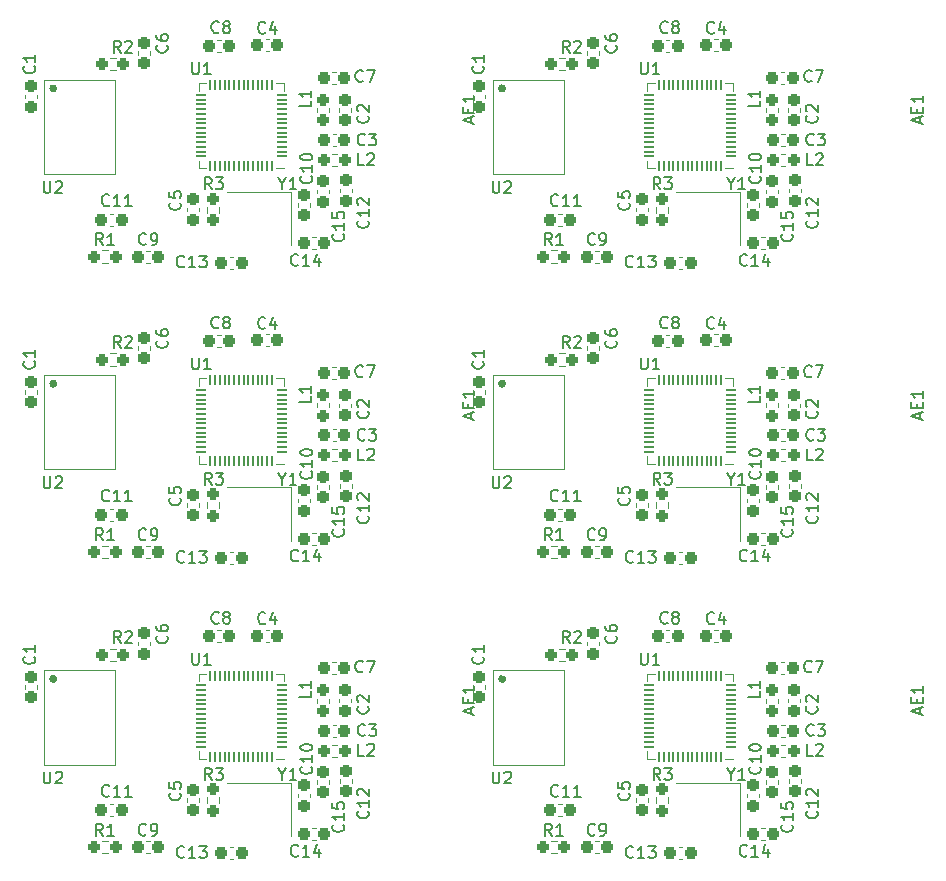
<source format=gto>
G04 #@! TF.GenerationSoftware,KiCad,Pcbnew,6.0.7-f9a2dced07~116~ubuntu22.04.1*
G04 #@! TF.CreationDate,2022-09-22T09:51:42+10:00*
G04 #@! TF.ProjectId,panel,70616e65-6c2e-46b6-9963-61645f706362,rev?*
G04 #@! TF.SameCoordinates,Original*
G04 #@! TF.FileFunction,Legend,Top*
G04 #@! TF.FilePolarity,Positive*
%FSLAX46Y46*%
G04 Gerber Fmt 4.6, Leading zero omitted, Abs format (unit mm)*
G04 Created by KiCad (PCBNEW 6.0.7-f9a2dced07~116~ubuntu22.04.1) date 2022-09-22 09:51:42*
%MOMM*%
%LPD*%
G01*
G04 APERTURE LIST*
G04 Aperture macros list*
%AMRoundRect*
0 Rectangle with rounded corners*
0 $1 Rounding radius*
0 $2 $3 $4 $5 $6 $7 $8 $9 X,Y pos of 4 corners*
0 Add a 4 corners polygon primitive as box body*
4,1,4,$2,$3,$4,$5,$6,$7,$8,$9,$2,$3,0*
0 Add four circle primitives for the rounded corners*
1,1,$1+$1,$2,$3*
1,1,$1+$1,$4,$5*
1,1,$1+$1,$6,$7*
1,1,$1+$1,$8,$9*
0 Add four rect primitives between the rounded corners*
20,1,$1+$1,$2,$3,$4,$5,0*
20,1,$1+$1,$4,$5,$6,$7,0*
20,1,$1+$1,$6,$7,$8,$9,0*
20,1,$1+$1,$8,$9,$2,$3,0*%
G04 Aperture macros list end*
%ADD10C,0.150000*%
%ADD11C,0.120000*%
%ADD12C,0.360000*%
%ADD13RoundRect,0.237500X-0.300000X-0.237500X0.300000X-0.237500X0.300000X0.237500X-0.300000X0.237500X0*%
%ADD14RoundRect,0.237500X0.237500X-0.300000X0.237500X0.300000X-0.237500X0.300000X-0.237500X-0.300000X0*%
%ADD15RoundRect,0.050000X0.387500X0.050000X-0.387500X0.050000X-0.387500X-0.050000X0.387500X-0.050000X0*%
%ADD16RoundRect,0.050000X0.050000X0.387500X-0.050000X0.387500X-0.050000X-0.387500X0.050000X-0.387500X0*%
%ADD17R,5.600000X5.600000*%
%ADD18R,2.100000X1.800000*%
%ADD19RoundRect,0.237500X0.237500X-0.250000X0.237500X0.250000X-0.237500X0.250000X-0.237500X-0.250000X0*%
%ADD20RoundRect,0.237500X-0.287500X-0.237500X0.287500X-0.237500X0.287500X0.237500X-0.287500X0.237500X0*%
%ADD21RoundRect,0.237500X0.300000X0.237500X-0.300000X0.237500X-0.300000X-0.237500X0.300000X-0.237500X0*%
%ADD22RoundRect,0.237500X0.250000X0.237500X-0.250000X0.237500X-0.250000X-0.237500X0.250000X-0.237500X0*%
%ADD23C,0.400000*%
%ADD24RoundRect,0.237500X-0.237500X0.300000X-0.237500X-0.300000X0.237500X-0.300000X0.237500X0.300000X0*%
%ADD25RoundRect,0.237500X-0.237500X0.287500X-0.237500X-0.287500X0.237500X-0.287500X0.237500X0.287500X0*%
%ADD26C,1.000000*%
%ADD27C,3.000000*%
%ADD28RoundRect,0.237500X-0.250000X-0.237500X0.250000X-0.237500X0.250000X0.237500X-0.250000X0.237500X0*%
G04 APERTURE END LIST*
D10*
X47383333Y-30677142D02*
X47335714Y-30724761D01*
X47192857Y-30772380D01*
X47097619Y-30772380D01*
X46954761Y-30724761D01*
X46859523Y-30629523D01*
X46811904Y-30534285D01*
X46764285Y-30343809D01*
X46764285Y-30200952D01*
X46811904Y-30010476D01*
X46859523Y-29915238D01*
X46954761Y-29820000D01*
X47097619Y-29772380D01*
X47192857Y-29772380D01*
X47335714Y-29820000D01*
X47383333Y-29867619D01*
X48240476Y-30105714D02*
X48240476Y-30772380D01*
X48002380Y-29724761D02*
X47764285Y-30439047D01*
X48383333Y-30439047D01*
X93813333Y-90137142D02*
X93765714Y-90184761D01*
X93622857Y-90232380D01*
X93527619Y-90232380D01*
X93384761Y-90184761D01*
X93289523Y-90089523D01*
X93241904Y-89994285D01*
X93194285Y-89803809D01*
X93194285Y-89660952D01*
X93241904Y-89470476D01*
X93289523Y-89375238D01*
X93384761Y-89280000D01*
X93527619Y-89232380D01*
X93622857Y-89232380D01*
X93765714Y-89280000D01*
X93813333Y-89327619D01*
X94146666Y-89232380D02*
X94765714Y-89232380D01*
X94432380Y-89613333D01*
X94575238Y-89613333D01*
X94670476Y-89660952D01*
X94718095Y-89708571D01*
X94765714Y-89803809D01*
X94765714Y-90041904D01*
X94718095Y-90137142D01*
X94670476Y-90184761D01*
X94575238Y-90232380D01*
X94289523Y-90232380D01*
X94194285Y-90184761D01*
X94146666Y-90137142D01*
X85383333Y-30677142D02*
X85335714Y-30724761D01*
X85192857Y-30772380D01*
X85097619Y-30772380D01*
X84954761Y-30724761D01*
X84859523Y-30629523D01*
X84811904Y-30534285D01*
X84764285Y-30343809D01*
X84764285Y-30200952D01*
X84811904Y-30010476D01*
X84859523Y-29915238D01*
X84954761Y-29820000D01*
X85097619Y-29772380D01*
X85192857Y-29772380D01*
X85335714Y-29820000D01*
X85383333Y-29867619D01*
X86240476Y-30105714D02*
X86240476Y-30772380D01*
X86002380Y-29724761D02*
X85764285Y-30439047D01*
X86383333Y-30439047D01*
X56057142Y-87726666D02*
X56104761Y-87774285D01*
X56152380Y-87917142D01*
X56152380Y-88012380D01*
X56104761Y-88155238D01*
X56009523Y-88250476D01*
X55914285Y-88298095D01*
X55723809Y-88345714D01*
X55580952Y-88345714D01*
X55390476Y-88298095D01*
X55295238Y-88250476D01*
X55200000Y-88155238D01*
X55152380Y-88012380D01*
X55152380Y-87917142D01*
X55200000Y-87774285D01*
X55247619Y-87726666D01*
X55247619Y-87345714D02*
X55200000Y-87298095D01*
X55152380Y-87202857D01*
X55152380Y-86964761D01*
X55200000Y-86869523D01*
X55247619Y-86821904D01*
X55342857Y-86774285D01*
X55438095Y-86774285D01*
X55580952Y-86821904D01*
X56152380Y-87393333D01*
X56152380Y-86774285D01*
X79178095Y-58202380D02*
X79178095Y-59011904D01*
X79225714Y-59107142D01*
X79273333Y-59154761D01*
X79368571Y-59202380D01*
X79559047Y-59202380D01*
X79654285Y-59154761D01*
X79701904Y-59107142D01*
X79749523Y-59011904D01*
X79749523Y-58202380D01*
X80749523Y-59202380D02*
X80178095Y-59202380D01*
X80463809Y-59202380D02*
X80463809Y-58202380D01*
X80368571Y-58345238D01*
X80273333Y-58440476D01*
X80178095Y-58488095D01*
X50157142Y-50357142D02*
X50109523Y-50404761D01*
X49966666Y-50452380D01*
X49871428Y-50452380D01*
X49728571Y-50404761D01*
X49633333Y-50309523D01*
X49585714Y-50214285D01*
X49538095Y-50023809D01*
X49538095Y-49880952D01*
X49585714Y-49690476D01*
X49633333Y-49595238D01*
X49728571Y-49500000D01*
X49871428Y-49452380D01*
X49966666Y-49452380D01*
X50109523Y-49500000D01*
X50157142Y-49547619D01*
X51109523Y-50452380D02*
X50538095Y-50452380D01*
X50823809Y-50452380D02*
X50823809Y-49452380D01*
X50728571Y-49595238D01*
X50633333Y-49690476D01*
X50538095Y-49738095D01*
X51966666Y-49785714D02*
X51966666Y-50452380D01*
X51728571Y-49404761D02*
X51490476Y-50119047D01*
X52109523Y-50119047D01*
X88157142Y-50357142D02*
X88109523Y-50404761D01*
X87966666Y-50452380D01*
X87871428Y-50452380D01*
X87728571Y-50404761D01*
X87633333Y-50309523D01*
X87585714Y-50214285D01*
X87538095Y-50023809D01*
X87538095Y-49880952D01*
X87585714Y-49690476D01*
X87633333Y-49595238D01*
X87728571Y-49500000D01*
X87871428Y-49452380D01*
X87966666Y-49452380D01*
X88109523Y-49500000D01*
X88157142Y-49547619D01*
X89109523Y-50452380D02*
X88538095Y-50452380D01*
X88823809Y-50452380D02*
X88823809Y-49452380D01*
X88728571Y-49595238D01*
X88633333Y-49690476D01*
X88538095Y-49738095D01*
X89966666Y-49785714D02*
X89966666Y-50452380D01*
X89728571Y-49404761D02*
X89490476Y-50119047D01*
X90109523Y-50119047D01*
X48813809Y-43476190D02*
X48813809Y-43952380D01*
X48480476Y-42952380D02*
X48813809Y-43476190D01*
X49147142Y-42952380D01*
X50004285Y-43952380D02*
X49432857Y-43952380D01*
X49718571Y-43952380D02*
X49718571Y-42952380D01*
X49623333Y-43095238D01*
X49528095Y-43190476D01*
X49432857Y-43238095D01*
X80833333Y-93952380D02*
X80500000Y-93476190D01*
X80261904Y-93952380D02*
X80261904Y-92952380D01*
X80642857Y-92952380D01*
X80738095Y-93000000D01*
X80785714Y-93047619D01*
X80833333Y-93142857D01*
X80833333Y-93285714D01*
X80785714Y-93380952D01*
X80738095Y-93428571D01*
X80642857Y-93476190D01*
X80261904Y-93476190D01*
X81166666Y-92952380D02*
X81785714Y-92952380D01*
X81452380Y-93333333D01*
X81595238Y-93333333D01*
X81690476Y-93380952D01*
X81738095Y-93428571D01*
X81785714Y-93523809D01*
X81785714Y-93761904D01*
X81738095Y-93857142D01*
X81690476Y-93904761D01*
X81595238Y-93952380D01*
X81309523Y-93952380D01*
X81214285Y-93904761D01*
X81166666Y-93857142D01*
X37283333Y-98577142D02*
X37235714Y-98624761D01*
X37092857Y-98672380D01*
X36997619Y-98672380D01*
X36854761Y-98624761D01*
X36759523Y-98529523D01*
X36711904Y-98434285D01*
X36664285Y-98243809D01*
X36664285Y-98100952D01*
X36711904Y-97910476D01*
X36759523Y-97815238D01*
X36854761Y-97720000D01*
X36997619Y-97672380D01*
X37092857Y-97672380D01*
X37235714Y-97720000D01*
X37283333Y-97767619D01*
X37759523Y-98672380D02*
X37950000Y-98672380D01*
X38045238Y-98624761D01*
X38092857Y-98577142D01*
X38188095Y-98434285D01*
X38235714Y-98243809D01*
X38235714Y-97862857D01*
X38188095Y-97767619D01*
X38140476Y-97720000D01*
X38045238Y-97672380D01*
X37854761Y-97672380D01*
X37759523Y-97720000D01*
X37711904Y-97767619D01*
X37664285Y-97862857D01*
X37664285Y-98100952D01*
X37711904Y-98196190D01*
X37759523Y-98243809D01*
X37854761Y-98291428D01*
X38045238Y-98291428D01*
X38140476Y-98243809D01*
X38188095Y-98196190D01*
X38235714Y-98100952D01*
X48813809Y-68476190D02*
X48813809Y-68952380D01*
X48480476Y-67952380D02*
X48813809Y-68476190D01*
X49147142Y-67952380D01*
X50004285Y-68952380D02*
X49432857Y-68952380D01*
X49718571Y-68952380D02*
X49718571Y-67952380D01*
X49623333Y-68095238D01*
X49528095Y-68190476D01*
X49432857Y-68238095D01*
X55733333Y-41912380D02*
X55257142Y-41912380D01*
X55257142Y-40912380D01*
X56019047Y-41007619D02*
X56066666Y-40960000D01*
X56161904Y-40912380D01*
X56400000Y-40912380D01*
X56495238Y-40960000D01*
X56542857Y-41007619D01*
X56590476Y-41102857D01*
X56590476Y-41198095D01*
X56542857Y-41340952D01*
X55971428Y-41912380D01*
X56590476Y-41912380D01*
X43443333Y-30637142D02*
X43395714Y-30684761D01*
X43252857Y-30732380D01*
X43157619Y-30732380D01*
X43014761Y-30684761D01*
X42919523Y-30589523D01*
X42871904Y-30494285D01*
X42824285Y-30303809D01*
X42824285Y-30160952D01*
X42871904Y-29970476D01*
X42919523Y-29875238D01*
X43014761Y-29780000D01*
X43157619Y-29732380D01*
X43252857Y-29732380D01*
X43395714Y-29780000D01*
X43443333Y-29827619D01*
X44014761Y-30160952D02*
X43919523Y-30113333D01*
X43871904Y-30065714D01*
X43824285Y-29970476D01*
X43824285Y-29922857D01*
X43871904Y-29827619D01*
X43919523Y-29780000D01*
X44014761Y-29732380D01*
X44205238Y-29732380D01*
X44300476Y-29780000D01*
X44348095Y-29827619D01*
X44395714Y-29922857D01*
X44395714Y-29970476D01*
X44348095Y-30065714D01*
X44300476Y-30113333D01*
X44205238Y-30160952D01*
X44014761Y-30160952D01*
X43919523Y-30208571D01*
X43871904Y-30256190D01*
X43824285Y-30351428D01*
X43824285Y-30541904D01*
X43871904Y-30637142D01*
X43919523Y-30684761D01*
X44014761Y-30732380D01*
X44205238Y-30732380D01*
X44300476Y-30684761D01*
X44348095Y-30637142D01*
X44395714Y-30541904D01*
X44395714Y-30351428D01*
X44348095Y-30256190D01*
X44300476Y-30208571D01*
X44205238Y-30160952D01*
X72167142Y-45287142D02*
X72119523Y-45334761D01*
X71976666Y-45382380D01*
X71881428Y-45382380D01*
X71738571Y-45334761D01*
X71643333Y-45239523D01*
X71595714Y-45144285D01*
X71548095Y-44953809D01*
X71548095Y-44810952D01*
X71595714Y-44620476D01*
X71643333Y-44525238D01*
X71738571Y-44430000D01*
X71881428Y-44382380D01*
X71976666Y-44382380D01*
X72119523Y-44430000D01*
X72167142Y-44477619D01*
X73119523Y-45382380D02*
X72548095Y-45382380D01*
X72833809Y-45382380D02*
X72833809Y-44382380D01*
X72738571Y-44525238D01*
X72643333Y-44620476D01*
X72548095Y-44668095D01*
X74071904Y-45382380D02*
X73500476Y-45382380D01*
X73786190Y-45382380D02*
X73786190Y-44382380D01*
X73690952Y-44525238D01*
X73595714Y-44620476D01*
X73500476Y-44668095D01*
X73143333Y-32372380D02*
X72810000Y-31896190D01*
X72571904Y-32372380D02*
X72571904Y-31372380D01*
X72952857Y-31372380D01*
X73048095Y-31420000D01*
X73095714Y-31467619D01*
X73143333Y-31562857D01*
X73143333Y-31705714D01*
X73095714Y-31800952D01*
X73048095Y-31848571D01*
X72952857Y-31896190D01*
X72571904Y-31896190D01*
X73524285Y-31467619D02*
X73571904Y-31420000D01*
X73667142Y-31372380D01*
X73905238Y-31372380D01*
X74000476Y-31420000D01*
X74048095Y-31467619D01*
X74095714Y-31562857D01*
X74095714Y-31658095D01*
X74048095Y-31800952D01*
X73476666Y-32372380D01*
X74095714Y-32372380D01*
X42833333Y-68952380D02*
X42500000Y-68476190D01*
X42261904Y-68952380D02*
X42261904Y-67952380D01*
X42642857Y-67952380D01*
X42738095Y-68000000D01*
X42785714Y-68047619D01*
X42833333Y-68142857D01*
X42833333Y-68285714D01*
X42785714Y-68380952D01*
X42738095Y-68428571D01*
X42642857Y-68476190D01*
X42261904Y-68476190D01*
X43166666Y-67952380D02*
X43785714Y-67952380D01*
X43452380Y-68333333D01*
X43595238Y-68333333D01*
X43690476Y-68380952D01*
X43738095Y-68428571D01*
X43785714Y-68523809D01*
X43785714Y-68761904D01*
X43738095Y-68857142D01*
X43690476Y-68904761D01*
X43595238Y-68952380D01*
X43309523Y-68952380D01*
X43214285Y-68904761D01*
X43166666Y-68857142D01*
X91957142Y-47742857D02*
X92004761Y-47790476D01*
X92052380Y-47933333D01*
X92052380Y-48028571D01*
X92004761Y-48171428D01*
X91909523Y-48266666D01*
X91814285Y-48314285D01*
X91623809Y-48361904D01*
X91480952Y-48361904D01*
X91290476Y-48314285D01*
X91195238Y-48266666D01*
X91100000Y-48171428D01*
X91052380Y-48028571D01*
X91052380Y-47933333D01*
X91100000Y-47790476D01*
X91147619Y-47742857D01*
X92052380Y-46790476D02*
X92052380Y-47361904D01*
X92052380Y-47076190D02*
X91052380Y-47076190D01*
X91195238Y-47171428D01*
X91290476Y-47266666D01*
X91338095Y-47361904D01*
X91052380Y-45885714D02*
X91052380Y-46361904D01*
X91528571Y-46409523D01*
X91480952Y-46361904D01*
X91433333Y-46266666D01*
X91433333Y-46028571D01*
X91480952Y-45933333D01*
X91528571Y-45885714D01*
X91623809Y-45838095D01*
X91861904Y-45838095D01*
X91957142Y-45885714D01*
X92004761Y-45933333D01*
X92052380Y-46028571D01*
X92052380Y-46266666D01*
X92004761Y-46361904D01*
X91957142Y-46409523D01*
X75283333Y-98577142D02*
X75235714Y-98624761D01*
X75092857Y-98672380D01*
X74997619Y-98672380D01*
X74854761Y-98624761D01*
X74759523Y-98529523D01*
X74711904Y-98434285D01*
X74664285Y-98243809D01*
X74664285Y-98100952D01*
X74711904Y-97910476D01*
X74759523Y-97815238D01*
X74854761Y-97720000D01*
X74997619Y-97672380D01*
X75092857Y-97672380D01*
X75235714Y-97720000D01*
X75283333Y-97767619D01*
X75759523Y-98672380D02*
X75950000Y-98672380D01*
X76045238Y-98624761D01*
X76092857Y-98577142D01*
X76188095Y-98434285D01*
X76235714Y-98243809D01*
X76235714Y-97862857D01*
X76188095Y-97767619D01*
X76140476Y-97720000D01*
X76045238Y-97672380D01*
X75854761Y-97672380D01*
X75759523Y-97720000D01*
X75711904Y-97767619D01*
X75664285Y-97862857D01*
X75664285Y-98100952D01*
X75711904Y-98196190D01*
X75759523Y-98243809D01*
X75854761Y-98291428D01*
X76045238Y-98291428D01*
X76140476Y-98243809D01*
X76188095Y-98196190D01*
X76235714Y-98100952D01*
X50157142Y-75357142D02*
X50109523Y-75404761D01*
X49966666Y-75452380D01*
X49871428Y-75452380D01*
X49728571Y-75404761D01*
X49633333Y-75309523D01*
X49585714Y-75214285D01*
X49538095Y-75023809D01*
X49538095Y-74880952D01*
X49585714Y-74690476D01*
X49633333Y-74595238D01*
X49728571Y-74500000D01*
X49871428Y-74452380D01*
X49966666Y-74452380D01*
X50109523Y-74500000D01*
X50157142Y-74547619D01*
X51109523Y-75452380D02*
X50538095Y-75452380D01*
X50823809Y-75452380D02*
X50823809Y-74452380D01*
X50728571Y-74595238D01*
X50633333Y-74690476D01*
X50538095Y-74738095D01*
X51966666Y-74785714D02*
X51966666Y-75452380D01*
X51728571Y-74404761D02*
X51490476Y-75119047D01*
X52109523Y-75119047D01*
X81443333Y-30637142D02*
X81395714Y-30684761D01*
X81252857Y-30732380D01*
X81157619Y-30732380D01*
X81014761Y-30684761D01*
X80919523Y-30589523D01*
X80871904Y-30494285D01*
X80824285Y-30303809D01*
X80824285Y-30160952D01*
X80871904Y-29970476D01*
X80919523Y-29875238D01*
X81014761Y-29780000D01*
X81157619Y-29732380D01*
X81252857Y-29732380D01*
X81395714Y-29780000D01*
X81443333Y-29827619D01*
X82014761Y-30160952D02*
X81919523Y-30113333D01*
X81871904Y-30065714D01*
X81824285Y-29970476D01*
X81824285Y-29922857D01*
X81871904Y-29827619D01*
X81919523Y-29780000D01*
X82014761Y-29732380D01*
X82205238Y-29732380D01*
X82300476Y-29780000D01*
X82348095Y-29827619D01*
X82395714Y-29922857D01*
X82395714Y-29970476D01*
X82348095Y-30065714D01*
X82300476Y-30113333D01*
X82205238Y-30160952D01*
X82014761Y-30160952D01*
X81919523Y-30208571D01*
X81871904Y-30256190D01*
X81824285Y-30351428D01*
X81824285Y-30541904D01*
X81871904Y-30637142D01*
X81919523Y-30684761D01*
X82014761Y-30732380D01*
X82205238Y-30732380D01*
X82300476Y-30684761D01*
X82348095Y-30637142D01*
X82395714Y-30541904D01*
X82395714Y-30351428D01*
X82348095Y-30256190D01*
X82300476Y-30208571D01*
X82205238Y-30160952D01*
X56057142Y-37726666D02*
X56104761Y-37774285D01*
X56152380Y-37917142D01*
X56152380Y-38012380D01*
X56104761Y-38155238D01*
X56009523Y-38250476D01*
X55914285Y-38298095D01*
X55723809Y-38345714D01*
X55580952Y-38345714D01*
X55390476Y-38298095D01*
X55295238Y-38250476D01*
X55200000Y-38155238D01*
X55152380Y-38012380D01*
X55152380Y-37917142D01*
X55200000Y-37774285D01*
X55247619Y-37726666D01*
X55247619Y-37345714D02*
X55200000Y-37298095D01*
X55152380Y-37202857D01*
X55152380Y-36964761D01*
X55200000Y-36869523D01*
X55247619Y-36821904D01*
X55342857Y-36774285D01*
X55438095Y-36774285D01*
X55580952Y-36821904D01*
X56152380Y-37393333D01*
X56152380Y-36774285D01*
X66618095Y-43262380D02*
X66618095Y-44071904D01*
X66665714Y-44167142D01*
X66713333Y-44214761D01*
X66808571Y-44262380D01*
X66999047Y-44262380D01*
X67094285Y-44214761D01*
X67141904Y-44167142D01*
X67189523Y-44071904D01*
X67189523Y-43262380D01*
X67618095Y-43357619D02*
X67665714Y-43310000D01*
X67760952Y-43262380D01*
X67999047Y-43262380D01*
X68094285Y-43310000D01*
X68141904Y-43357619D01*
X68189523Y-43452857D01*
X68189523Y-43548095D01*
X68141904Y-43690952D01*
X67570476Y-44262380D01*
X68189523Y-44262380D01*
X55733333Y-91912380D02*
X55257142Y-91912380D01*
X55257142Y-90912380D01*
X56019047Y-91007619D02*
X56066666Y-90960000D01*
X56161904Y-90912380D01*
X56400000Y-90912380D01*
X56495238Y-90960000D01*
X56542857Y-91007619D01*
X56590476Y-91102857D01*
X56590476Y-91198095D01*
X56542857Y-91340952D01*
X55971428Y-91912380D01*
X56590476Y-91912380D01*
X80833333Y-68952380D02*
X80500000Y-68476190D01*
X80261904Y-68952380D02*
X80261904Y-67952380D01*
X80642857Y-67952380D01*
X80738095Y-68000000D01*
X80785714Y-68047619D01*
X80833333Y-68142857D01*
X80833333Y-68285714D01*
X80785714Y-68380952D01*
X80738095Y-68428571D01*
X80642857Y-68476190D01*
X80261904Y-68476190D01*
X81166666Y-67952380D02*
X81785714Y-67952380D01*
X81452380Y-68333333D01*
X81595238Y-68333333D01*
X81690476Y-68380952D01*
X81738095Y-68428571D01*
X81785714Y-68523809D01*
X81785714Y-68761904D01*
X81738095Y-68857142D01*
X81690476Y-68904761D01*
X81595238Y-68952380D01*
X81309523Y-68952380D01*
X81214285Y-68904761D01*
X81166666Y-68857142D01*
X64796666Y-63356666D02*
X64796666Y-62880476D01*
X65082380Y-63451904D02*
X64082380Y-63118571D01*
X65082380Y-62785238D01*
X64558571Y-62451904D02*
X64558571Y-62118571D01*
X65082380Y-61975714D02*
X65082380Y-62451904D01*
X64082380Y-62451904D01*
X64082380Y-61975714D01*
X65082380Y-61023333D02*
X65082380Y-61594761D01*
X65082380Y-61309047D02*
X64082380Y-61309047D01*
X64225238Y-61404285D01*
X64320476Y-61499523D01*
X64368095Y-61594761D01*
X93813333Y-65137142D02*
X93765714Y-65184761D01*
X93622857Y-65232380D01*
X93527619Y-65232380D01*
X93384761Y-65184761D01*
X93289523Y-65089523D01*
X93241904Y-64994285D01*
X93194285Y-64803809D01*
X93194285Y-64660952D01*
X93241904Y-64470476D01*
X93289523Y-64375238D01*
X93384761Y-64280000D01*
X93527619Y-64232380D01*
X93622857Y-64232380D01*
X93765714Y-64280000D01*
X93813333Y-64327619D01*
X94146666Y-64232380D02*
X94765714Y-64232380D01*
X94432380Y-64613333D01*
X94575238Y-64613333D01*
X94670476Y-64660952D01*
X94718095Y-64708571D01*
X94765714Y-64803809D01*
X94765714Y-65041904D01*
X94718095Y-65137142D01*
X94670476Y-65184761D01*
X94575238Y-65232380D01*
X94289523Y-65232380D01*
X94194285Y-65184761D01*
X94146666Y-65137142D01*
X64796666Y-38356666D02*
X64796666Y-37880476D01*
X65082380Y-38451904D02*
X64082380Y-38118571D01*
X65082380Y-37785238D01*
X64558571Y-37451904D02*
X64558571Y-37118571D01*
X65082380Y-36975714D02*
X65082380Y-37451904D01*
X64082380Y-37451904D01*
X64082380Y-36975714D01*
X65082380Y-36023333D02*
X65082380Y-36594761D01*
X65082380Y-36309047D02*
X64082380Y-36309047D01*
X64225238Y-36404285D01*
X64320476Y-36499523D01*
X64368095Y-36594761D01*
X35143333Y-57372380D02*
X34810000Y-56896190D01*
X34571904Y-57372380D02*
X34571904Y-56372380D01*
X34952857Y-56372380D01*
X35048095Y-56420000D01*
X35095714Y-56467619D01*
X35143333Y-56562857D01*
X35143333Y-56705714D01*
X35095714Y-56800952D01*
X35048095Y-56848571D01*
X34952857Y-56896190D01*
X34571904Y-56896190D01*
X35524285Y-56467619D02*
X35571904Y-56420000D01*
X35667142Y-56372380D01*
X35905238Y-56372380D01*
X36000476Y-56420000D01*
X36048095Y-56467619D01*
X36095714Y-56562857D01*
X36095714Y-56658095D01*
X36048095Y-56800952D01*
X35476666Y-57372380D01*
X36095714Y-57372380D01*
X86813809Y-93476190D02*
X86813809Y-93952380D01*
X86480476Y-92952380D02*
X86813809Y-93476190D01*
X87147142Y-92952380D01*
X88004285Y-93952380D02*
X87432857Y-93952380D01*
X87718571Y-93952380D02*
X87718571Y-92952380D01*
X87623333Y-93095238D01*
X87528095Y-93190476D01*
X87432857Y-93238095D01*
X93633333Y-84767142D02*
X93585714Y-84814761D01*
X93442857Y-84862380D01*
X93347619Y-84862380D01*
X93204761Y-84814761D01*
X93109523Y-84719523D01*
X93061904Y-84624285D01*
X93014285Y-84433809D01*
X93014285Y-84290952D01*
X93061904Y-84100476D01*
X93109523Y-84005238D01*
X93204761Y-83910000D01*
X93347619Y-83862380D01*
X93442857Y-83862380D01*
X93585714Y-83910000D01*
X93633333Y-83957619D01*
X93966666Y-83862380D02*
X94633333Y-83862380D01*
X94204761Y-84862380D01*
X39047142Y-56756666D02*
X39094761Y-56804285D01*
X39142380Y-56947142D01*
X39142380Y-57042380D01*
X39094761Y-57185238D01*
X38999523Y-57280476D01*
X38904285Y-57328095D01*
X38713809Y-57375714D01*
X38570952Y-57375714D01*
X38380476Y-57328095D01*
X38285238Y-57280476D01*
X38190000Y-57185238D01*
X38142380Y-57042380D01*
X38142380Y-56947142D01*
X38190000Y-56804285D01*
X38237619Y-56756666D01*
X38142380Y-55899523D02*
X38142380Y-56090000D01*
X38190000Y-56185238D01*
X38237619Y-56232857D01*
X38380476Y-56328095D01*
X38570952Y-56375714D01*
X38951904Y-56375714D01*
X39047142Y-56328095D01*
X39094761Y-56280476D01*
X39142380Y-56185238D01*
X39142380Y-55994761D01*
X39094761Y-55899523D01*
X39047142Y-55851904D01*
X38951904Y-55804285D01*
X38713809Y-55804285D01*
X38618571Y-55851904D01*
X38570952Y-55899523D01*
X38523333Y-55994761D01*
X38523333Y-56185238D01*
X38570952Y-56280476D01*
X38618571Y-56328095D01*
X38713809Y-56375714D01*
X91957142Y-97742857D02*
X92004761Y-97790476D01*
X92052380Y-97933333D01*
X92052380Y-98028571D01*
X92004761Y-98171428D01*
X91909523Y-98266666D01*
X91814285Y-98314285D01*
X91623809Y-98361904D01*
X91480952Y-98361904D01*
X91290476Y-98314285D01*
X91195238Y-98266666D01*
X91100000Y-98171428D01*
X91052380Y-98028571D01*
X91052380Y-97933333D01*
X91100000Y-97790476D01*
X91147619Y-97742857D01*
X92052380Y-96790476D02*
X92052380Y-97361904D01*
X92052380Y-97076190D02*
X91052380Y-97076190D01*
X91195238Y-97171428D01*
X91290476Y-97266666D01*
X91338095Y-97361904D01*
X91052380Y-95885714D02*
X91052380Y-96361904D01*
X91528571Y-96409523D01*
X91480952Y-96361904D01*
X91433333Y-96266666D01*
X91433333Y-96028571D01*
X91480952Y-95933333D01*
X91528571Y-95885714D01*
X91623809Y-95838095D01*
X91861904Y-95838095D01*
X91957142Y-95885714D01*
X92004761Y-95933333D01*
X92052380Y-96028571D01*
X92052380Y-96266666D01*
X92004761Y-96361904D01*
X91957142Y-96409523D01*
X94067142Y-96602857D02*
X94114761Y-96650476D01*
X94162380Y-96793333D01*
X94162380Y-96888571D01*
X94114761Y-97031428D01*
X94019523Y-97126666D01*
X93924285Y-97174285D01*
X93733809Y-97221904D01*
X93590952Y-97221904D01*
X93400476Y-97174285D01*
X93305238Y-97126666D01*
X93210000Y-97031428D01*
X93162380Y-96888571D01*
X93162380Y-96793333D01*
X93210000Y-96650476D01*
X93257619Y-96602857D01*
X94162380Y-95650476D02*
X94162380Y-96221904D01*
X94162380Y-95936190D02*
X93162380Y-95936190D01*
X93305238Y-96031428D01*
X93400476Y-96126666D01*
X93448095Y-96221904D01*
X93257619Y-95269523D02*
X93210000Y-95221904D01*
X93162380Y-95126666D01*
X93162380Y-94888571D01*
X93210000Y-94793333D01*
X93257619Y-94745714D01*
X93352857Y-94698095D01*
X93448095Y-94698095D01*
X93590952Y-94745714D01*
X94162380Y-95317142D01*
X94162380Y-94698095D01*
X39047142Y-31756666D02*
X39094761Y-31804285D01*
X39142380Y-31947142D01*
X39142380Y-32042380D01*
X39094761Y-32185238D01*
X38999523Y-32280476D01*
X38904285Y-32328095D01*
X38713809Y-32375714D01*
X38570952Y-32375714D01*
X38380476Y-32328095D01*
X38285238Y-32280476D01*
X38190000Y-32185238D01*
X38142380Y-32042380D01*
X38142380Y-31947142D01*
X38190000Y-31804285D01*
X38237619Y-31756666D01*
X38142380Y-30899523D02*
X38142380Y-31090000D01*
X38190000Y-31185238D01*
X38237619Y-31232857D01*
X38380476Y-31328095D01*
X38570952Y-31375714D01*
X38951904Y-31375714D01*
X39047142Y-31328095D01*
X39094761Y-31280476D01*
X39142380Y-31185238D01*
X39142380Y-30994761D01*
X39094761Y-30899523D01*
X39047142Y-30851904D01*
X38951904Y-30804285D01*
X38713809Y-30804285D01*
X38618571Y-30851904D01*
X38570952Y-30899523D01*
X38523333Y-30994761D01*
X38523333Y-31185238D01*
X38570952Y-31280476D01*
X38618571Y-31328095D01*
X38713809Y-31375714D01*
X51272380Y-36466666D02*
X51272380Y-36942857D01*
X50272380Y-36942857D01*
X51272380Y-35609523D02*
X51272380Y-36180952D01*
X51272380Y-35895238D02*
X50272380Y-35895238D01*
X50415238Y-35990476D01*
X50510476Y-36085714D01*
X50558095Y-36180952D01*
X93733333Y-66912380D02*
X93257142Y-66912380D01*
X93257142Y-65912380D01*
X94019047Y-66007619D02*
X94066666Y-65960000D01*
X94161904Y-65912380D01*
X94400000Y-65912380D01*
X94495238Y-65960000D01*
X94542857Y-66007619D01*
X94590476Y-66102857D01*
X94590476Y-66198095D01*
X94542857Y-66340952D01*
X93971428Y-66912380D01*
X94590476Y-66912380D01*
X55733333Y-66912380D02*
X55257142Y-66912380D01*
X55257142Y-65912380D01*
X56019047Y-66007619D02*
X56066666Y-65960000D01*
X56161904Y-65912380D01*
X56400000Y-65912380D01*
X56495238Y-65960000D01*
X56542857Y-66007619D01*
X56590476Y-66102857D01*
X56590476Y-66198095D01*
X56542857Y-66340952D01*
X55971428Y-66912380D01*
X56590476Y-66912380D01*
X48813809Y-93476190D02*
X48813809Y-93952380D01*
X48480476Y-92952380D02*
X48813809Y-93476190D01*
X49147142Y-92952380D01*
X50004285Y-93952380D02*
X49432857Y-93952380D01*
X49718571Y-93952380D02*
X49718571Y-92952380D01*
X49623333Y-93095238D01*
X49528095Y-93190476D01*
X49432857Y-93238095D01*
X89272380Y-36466666D02*
X89272380Y-36942857D01*
X88272380Y-36942857D01*
X89272380Y-35609523D02*
X89272380Y-36180952D01*
X89272380Y-35895238D02*
X88272380Y-35895238D01*
X88415238Y-35990476D01*
X88510476Y-36085714D01*
X88558095Y-36180952D01*
X78147142Y-70076666D02*
X78194761Y-70124285D01*
X78242380Y-70267142D01*
X78242380Y-70362380D01*
X78194761Y-70505238D01*
X78099523Y-70600476D01*
X78004285Y-70648095D01*
X77813809Y-70695714D01*
X77670952Y-70695714D01*
X77480476Y-70648095D01*
X77385238Y-70600476D01*
X77290000Y-70505238D01*
X77242380Y-70362380D01*
X77242380Y-70267142D01*
X77290000Y-70124285D01*
X77337619Y-70076666D01*
X77242380Y-69171904D02*
X77242380Y-69648095D01*
X77718571Y-69695714D01*
X77670952Y-69648095D01*
X77623333Y-69552857D01*
X77623333Y-69314761D01*
X77670952Y-69219523D01*
X77718571Y-69171904D01*
X77813809Y-69124285D01*
X78051904Y-69124285D01*
X78147142Y-69171904D01*
X78194761Y-69219523D01*
X78242380Y-69314761D01*
X78242380Y-69552857D01*
X78194761Y-69648095D01*
X78147142Y-69695714D01*
X85383333Y-55677142D02*
X85335714Y-55724761D01*
X85192857Y-55772380D01*
X85097619Y-55772380D01*
X84954761Y-55724761D01*
X84859523Y-55629523D01*
X84811904Y-55534285D01*
X84764285Y-55343809D01*
X84764285Y-55200952D01*
X84811904Y-55010476D01*
X84859523Y-54915238D01*
X84954761Y-54820000D01*
X85097619Y-54772380D01*
X85192857Y-54772380D01*
X85335714Y-54820000D01*
X85383333Y-54867619D01*
X86240476Y-55105714D02*
X86240476Y-55772380D01*
X86002380Y-54724761D02*
X85764285Y-55439047D01*
X86383333Y-55439047D01*
X88157142Y-75357142D02*
X88109523Y-75404761D01*
X87966666Y-75452380D01*
X87871428Y-75452380D01*
X87728571Y-75404761D01*
X87633333Y-75309523D01*
X87585714Y-75214285D01*
X87538095Y-75023809D01*
X87538095Y-74880952D01*
X87585714Y-74690476D01*
X87633333Y-74595238D01*
X87728571Y-74500000D01*
X87871428Y-74452380D01*
X87966666Y-74452380D01*
X88109523Y-74500000D01*
X88157142Y-74547619D01*
X89109523Y-75452380D02*
X88538095Y-75452380D01*
X88823809Y-75452380D02*
X88823809Y-74452380D01*
X88728571Y-74595238D01*
X88633333Y-74690476D01*
X88538095Y-74738095D01*
X89966666Y-74785714D02*
X89966666Y-75452380D01*
X89728571Y-74404761D02*
X89490476Y-75119047D01*
X90109523Y-75119047D01*
X55813333Y-65137142D02*
X55765714Y-65184761D01*
X55622857Y-65232380D01*
X55527619Y-65232380D01*
X55384761Y-65184761D01*
X55289523Y-65089523D01*
X55241904Y-64994285D01*
X55194285Y-64803809D01*
X55194285Y-64660952D01*
X55241904Y-64470476D01*
X55289523Y-64375238D01*
X55384761Y-64280000D01*
X55527619Y-64232380D01*
X55622857Y-64232380D01*
X55765714Y-64280000D01*
X55813333Y-64327619D01*
X56146666Y-64232380D02*
X56765714Y-64232380D01*
X56432380Y-64613333D01*
X56575238Y-64613333D01*
X56670476Y-64660952D01*
X56718095Y-64708571D01*
X56765714Y-64803809D01*
X56765714Y-65041904D01*
X56718095Y-65137142D01*
X56670476Y-65184761D01*
X56575238Y-65232380D01*
X56289523Y-65232380D01*
X56194285Y-65184761D01*
X56146666Y-65137142D01*
X56057142Y-62726666D02*
X56104761Y-62774285D01*
X56152380Y-62917142D01*
X56152380Y-63012380D01*
X56104761Y-63155238D01*
X56009523Y-63250476D01*
X55914285Y-63298095D01*
X55723809Y-63345714D01*
X55580952Y-63345714D01*
X55390476Y-63298095D01*
X55295238Y-63250476D01*
X55200000Y-63155238D01*
X55152380Y-63012380D01*
X55152380Y-62917142D01*
X55200000Y-62774285D01*
X55247619Y-62726666D01*
X55247619Y-62345714D02*
X55200000Y-62298095D01*
X55152380Y-62202857D01*
X55152380Y-61964761D01*
X55200000Y-61869523D01*
X55247619Y-61821904D01*
X55342857Y-61774285D01*
X55438095Y-61774285D01*
X55580952Y-61821904D01*
X56152380Y-62393333D01*
X56152380Y-61774285D01*
X66618095Y-93262380D02*
X66618095Y-94071904D01*
X66665714Y-94167142D01*
X66713333Y-94214761D01*
X66808571Y-94262380D01*
X66999047Y-94262380D01*
X67094285Y-94214761D01*
X67141904Y-94167142D01*
X67189523Y-94071904D01*
X67189523Y-93262380D01*
X67618095Y-93357619D02*
X67665714Y-93310000D01*
X67760952Y-93262380D01*
X67999047Y-93262380D01*
X68094285Y-93310000D01*
X68141904Y-93357619D01*
X68189523Y-93452857D01*
X68189523Y-93548095D01*
X68141904Y-93690952D01*
X67570476Y-94262380D01*
X68189523Y-94262380D01*
X93633333Y-34767142D02*
X93585714Y-34814761D01*
X93442857Y-34862380D01*
X93347619Y-34862380D01*
X93204761Y-34814761D01*
X93109523Y-34719523D01*
X93061904Y-34624285D01*
X93014285Y-34433809D01*
X93014285Y-34290952D01*
X93061904Y-34100476D01*
X93109523Y-34005238D01*
X93204761Y-33910000D01*
X93347619Y-33862380D01*
X93442857Y-33862380D01*
X93585714Y-33910000D01*
X93633333Y-33957619D01*
X93966666Y-33862380D02*
X94633333Y-33862380D01*
X94204761Y-34862380D01*
X94067142Y-71602857D02*
X94114761Y-71650476D01*
X94162380Y-71793333D01*
X94162380Y-71888571D01*
X94114761Y-72031428D01*
X94019523Y-72126666D01*
X93924285Y-72174285D01*
X93733809Y-72221904D01*
X93590952Y-72221904D01*
X93400476Y-72174285D01*
X93305238Y-72126666D01*
X93210000Y-72031428D01*
X93162380Y-71888571D01*
X93162380Y-71793333D01*
X93210000Y-71650476D01*
X93257619Y-71602857D01*
X94162380Y-70650476D02*
X94162380Y-71221904D01*
X94162380Y-70936190D02*
X93162380Y-70936190D01*
X93305238Y-71031428D01*
X93400476Y-71126666D01*
X93448095Y-71221904D01*
X93257619Y-70269523D02*
X93210000Y-70221904D01*
X93162380Y-70126666D01*
X93162380Y-69888571D01*
X93210000Y-69793333D01*
X93257619Y-69745714D01*
X93352857Y-69698095D01*
X93448095Y-69698095D01*
X93590952Y-69745714D01*
X94162380Y-70317142D01*
X94162380Y-69698095D01*
X27807142Y-33516666D02*
X27854761Y-33564285D01*
X27902380Y-33707142D01*
X27902380Y-33802380D01*
X27854761Y-33945238D01*
X27759523Y-34040476D01*
X27664285Y-34088095D01*
X27473809Y-34135714D01*
X27330952Y-34135714D01*
X27140476Y-34088095D01*
X27045238Y-34040476D01*
X26950000Y-33945238D01*
X26902380Y-33802380D01*
X26902380Y-33707142D01*
X26950000Y-33564285D01*
X26997619Y-33516666D01*
X27902380Y-32564285D02*
X27902380Y-33135714D01*
X27902380Y-32850000D02*
X26902380Y-32850000D01*
X27045238Y-32945238D01*
X27140476Y-33040476D01*
X27188095Y-33135714D01*
X35143333Y-32372380D02*
X34810000Y-31896190D01*
X34571904Y-32372380D02*
X34571904Y-31372380D01*
X34952857Y-31372380D01*
X35048095Y-31420000D01*
X35095714Y-31467619D01*
X35143333Y-31562857D01*
X35143333Y-31705714D01*
X35095714Y-31800952D01*
X35048095Y-31848571D01*
X34952857Y-31896190D01*
X34571904Y-31896190D01*
X35524285Y-31467619D02*
X35571904Y-31420000D01*
X35667142Y-31372380D01*
X35905238Y-31372380D01*
X36000476Y-31420000D01*
X36048095Y-31467619D01*
X36095714Y-31562857D01*
X36095714Y-31658095D01*
X36048095Y-31800952D01*
X35476666Y-32372380D01*
X36095714Y-32372380D01*
X75283333Y-73577142D02*
X75235714Y-73624761D01*
X75092857Y-73672380D01*
X74997619Y-73672380D01*
X74854761Y-73624761D01*
X74759523Y-73529523D01*
X74711904Y-73434285D01*
X74664285Y-73243809D01*
X74664285Y-73100952D01*
X74711904Y-72910476D01*
X74759523Y-72815238D01*
X74854761Y-72720000D01*
X74997619Y-72672380D01*
X75092857Y-72672380D01*
X75235714Y-72720000D01*
X75283333Y-72767619D01*
X75759523Y-73672380D02*
X75950000Y-73672380D01*
X76045238Y-73624761D01*
X76092857Y-73577142D01*
X76188095Y-73434285D01*
X76235714Y-73243809D01*
X76235714Y-72862857D01*
X76188095Y-72767619D01*
X76140476Y-72720000D01*
X76045238Y-72672380D01*
X75854761Y-72672380D01*
X75759523Y-72720000D01*
X75711904Y-72767619D01*
X75664285Y-72862857D01*
X75664285Y-73100952D01*
X75711904Y-73196190D01*
X75759523Y-73243809D01*
X75854761Y-73291428D01*
X76045238Y-73291428D01*
X76140476Y-73243809D01*
X76188095Y-73196190D01*
X76235714Y-73100952D01*
X28618095Y-43262380D02*
X28618095Y-44071904D01*
X28665714Y-44167142D01*
X28713333Y-44214761D01*
X28808571Y-44262380D01*
X28999047Y-44262380D01*
X29094285Y-44214761D01*
X29141904Y-44167142D01*
X29189523Y-44071904D01*
X29189523Y-43262380D01*
X29618095Y-43357619D02*
X29665714Y-43310000D01*
X29760952Y-43262380D01*
X29999047Y-43262380D01*
X30094285Y-43310000D01*
X30141904Y-43357619D01*
X30189523Y-43452857D01*
X30189523Y-43548095D01*
X30141904Y-43690952D01*
X29570476Y-44262380D01*
X30189523Y-44262380D01*
X93733333Y-41912380D02*
X93257142Y-41912380D01*
X93257142Y-40912380D01*
X94019047Y-41007619D02*
X94066666Y-40960000D01*
X94161904Y-40912380D01*
X94400000Y-40912380D01*
X94495238Y-40960000D01*
X94542857Y-41007619D01*
X94590476Y-41102857D01*
X94590476Y-41198095D01*
X94542857Y-41340952D01*
X93971428Y-41912380D01*
X94590476Y-41912380D01*
X40517142Y-50477142D02*
X40469523Y-50524761D01*
X40326666Y-50572380D01*
X40231428Y-50572380D01*
X40088571Y-50524761D01*
X39993333Y-50429523D01*
X39945714Y-50334285D01*
X39898095Y-50143809D01*
X39898095Y-50000952D01*
X39945714Y-49810476D01*
X39993333Y-49715238D01*
X40088571Y-49620000D01*
X40231428Y-49572380D01*
X40326666Y-49572380D01*
X40469523Y-49620000D01*
X40517142Y-49667619D01*
X41469523Y-50572380D02*
X40898095Y-50572380D01*
X41183809Y-50572380D02*
X41183809Y-49572380D01*
X41088571Y-49715238D01*
X40993333Y-49810476D01*
X40898095Y-49858095D01*
X41802857Y-49572380D02*
X42421904Y-49572380D01*
X42088571Y-49953333D01*
X42231428Y-49953333D01*
X42326666Y-50000952D01*
X42374285Y-50048571D01*
X42421904Y-50143809D01*
X42421904Y-50381904D01*
X42374285Y-50477142D01*
X42326666Y-50524761D01*
X42231428Y-50572380D01*
X41945714Y-50572380D01*
X41850476Y-50524761D01*
X41802857Y-50477142D01*
X94057142Y-87726666D02*
X94104761Y-87774285D01*
X94152380Y-87917142D01*
X94152380Y-88012380D01*
X94104761Y-88155238D01*
X94009523Y-88250476D01*
X93914285Y-88298095D01*
X93723809Y-88345714D01*
X93580952Y-88345714D01*
X93390476Y-88298095D01*
X93295238Y-88250476D01*
X93200000Y-88155238D01*
X93152380Y-88012380D01*
X93152380Y-87917142D01*
X93200000Y-87774285D01*
X93247619Y-87726666D01*
X93247619Y-87345714D02*
X93200000Y-87298095D01*
X93152380Y-87202857D01*
X93152380Y-86964761D01*
X93200000Y-86869523D01*
X93247619Y-86821904D01*
X93342857Y-86774285D01*
X93438095Y-86774285D01*
X93580952Y-86821904D01*
X94152380Y-87393333D01*
X94152380Y-86774285D01*
X28618095Y-93262380D02*
X28618095Y-94071904D01*
X28665714Y-94167142D01*
X28713333Y-94214761D01*
X28808571Y-94262380D01*
X28999047Y-94262380D01*
X29094285Y-94214761D01*
X29141904Y-94167142D01*
X29189523Y-94071904D01*
X29189523Y-93262380D01*
X29618095Y-93357619D02*
X29665714Y-93310000D01*
X29760952Y-93262380D01*
X29999047Y-93262380D01*
X30094285Y-93310000D01*
X30141904Y-93357619D01*
X30189523Y-93452857D01*
X30189523Y-93548095D01*
X30141904Y-93690952D01*
X29570476Y-94262380D01*
X30189523Y-94262380D01*
X42833333Y-43952380D02*
X42500000Y-43476190D01*
X42261904Y-43952380D02*
X42261904Y-42952380D01*
X42642857Y-42952380D01*
X42738095Y-43000000D01*
X42785714Y-43047619D01*
X42833333Y-43142857D01*
X42833333Y-43285714D01*
X42785714Y-43380952D01*
X42738095Y-43428571D01*
X42642857Y-43476190D01*
X42261904Y-43476190D01*
X43166666Y-42952380D02*
X43785714Y-42952380D01*
X43452380Y-43333333D01*
X43595238Y-43333333D01*
X43690476Y-43380952D01*
X43738095Y-43428571D01*
X43785714Y-43523809D01*
X43785714Y-43761904D01*
X43738095Y-43857142D01*
X43690476Y-43904761D01*
X43595238Y-43952380D01*
X43309523Y-43952380D01*
X43214285Y-43904761D01*
X43166666Y-43857142D01*
X55633333Y-84767142D02*
X55585714Y-84814761D01*
X55442857Y-84862380D01*
X55347619Y-84862380D01*
X55204761Y-84814761D01*
X55109523Y-84719523D01*
X55061904Y-84624285D01*
X55014285Y-84433809D01*
X55014285Y-84290952D01*
X55061904Y-84100476D01*
X55109523Y-84005238D01*
X55204761Y-83910000D01*
X55347619Y-83862380D01*
X55442857Y-83862380D01*
X55585714Y-83910000D01*
X55633333Y-83957619D01*
X55966666Y-83862380D02*
X56633333Y-83862380D01*
X56204761Y-84862380D01*
X80833333Y-43952380D02*
X80500000Y-43476190D01*
X80261904Y-43952380D02*
X80261904Y-42952380D01*
X80642857Y-42952380D01*
X80738095Y-43000000D01*
X80785714Y-43047619D01*
X80833333Y-43142857D01*
X80833333Y-43285714D01*
X80785714Y-43380952D01*
X80738095Y-43428571D01*
X80642857Y-43476190D01*
X80261904Y-43476190D01*
X81166666Y-42952380D02*
X81785714Y-42952380D01*
X81452380Y-43333333D01*
X81595238Y-43333333D01*
X81690476Y-43380952D01*
X81738095Y-43428571D01*
X81785714Y-43523809D01*
X81785714Y-43761904D01*
X81738095Y-43857142D01*
X81690476Y-43904761D01*
X81595238Y-43952380D01*
X81309523Y-43952380D01*
X81214285Y-43904761D01*
X81166666Y-43857142D01*
X39047142Y-81756666D02*
X39094761Y-81804285D01*
X39142380Y-81947142D01*
X39142380Y-82042380D01*
X39094761Y-82185238D01*
X38999523Y-82280476D01*
X38904285Y-82328095D01*
X38713809Y-82375714D01*
X38570952Y-82375714D01*
X38380476Y-82328095D01*
X38285238Y-82280476D01*
X38190000Y-82185238D01*
X38142380Y-82042380D01*
X38142380Y-81947142D01*
X38190000Y-81804285D01*
X38237619Y-81756666D01*
X38142380Y-80899523D02*
X38142380Y-81090000D01*
X38190000Y-81185238D01*
X38237619Y-81232857D01*
X38380476Y-81328095D01*
X38570952Y-81375714D01*
X38951904Y-81375714D01*
X39047142Y-81328095D01*
X39094761Y-81280476D01*
X39142380Y-81185238D01*
X39142380Y-80994761D01*
X39094761Y-80899523D01*
X39047142Y-80851904D01*
X38951904Y-80804285D01*
X38713809Y-80804285D01*
X38618571Y-80851904D01*
X38570952Y-80899523D01*
X38523333Y-80994761D01*
X38523333Y-81185238D01*
X38570952Y-81280476D01*
X38618571Y-81328095D01*
X38713809Y-81375714D01*
X71633333Y-48672380D02*
X71300000Y-48196190D01*
X71061904Y-48672380D02*
X71061904Y-47672380D01*
X71442857Y-47672380D01*
X71538095Y-47720000D01*
X71585714Y-47767619D01*
X71633333Y-47862857D01*
X71633333Y-48005714D01*
X71585714Y-48100952D01*
X71538095Y-48148571D01*
X71442857Y-48196190D01*
X71061904Y-48196190D01*
X72585714Y-48672380D02*
X72014285Y-48672380D01*
X72300000Y-48672380D02*
X72300000Y-47672380D01*
X72204761Y-47815238D01*
X72109523Y-47910476D01*
X72014285Y-47958095D01*
X81443333Y-55637142D02*
X81395714Y-55684761D01*
X81252857Y-55732380D01*
X81157619Y-55732380D01*
X81014761Y-55684761D01*
X80919523Y-55589523D01*
X80871904Y-55494285D01*
X80824285Y-55303809D01*
X80824285Y-55160952D01*
X80871904Y-54970476D01*
X80919523Y-54875238D01*
X81014761Y-54780000D01*
X81157619Y-54732380D01*
X81252857Y-54732380D01*
X81395714Y-54780000D01*
X81443333Y-54827619D01*
X82014761Y-55160952D02*
X81919523Y-55113333D01*
X81871904Y-55065714D01*
X81824285Y-54970476D01*
X81824285Y-54922857D01*
X81871904Y-54827619D01*
X81919523Y-54780000D01*
X82014761Y-54732380D01*
X82205238Y-54732380D01*
X82300476Y-54780000D01*
X82348095Y-54827619D01*
X82395714Y-54922857D01*
X82395714Y-54970476D01*
X82348095Y-55065714D01*
X82300476Y-55113333D01*
X82205238Y-55160952D01*
X82014761Y-55160952D01*
X81919523Y-55208571D01*
X81871904Y-55256190D01*
X81824285Y-55351428D01*
X81824285Y-55541904D01*
X81871904Y-55637142D01*
X81919523Y-55684761D01*
X82014761Y-55732380D01*
X82205238Y-55732380D01*
X82300476Y-55684761D01*
X82348095Y-55637142D01*
X82395714Y-55541904D01*
X82395714Y-55351428D01*
X82348095Y-55256190D01*
X82300476Y-55208571D01*
X82205238Y-55160952D01*
X73143333Y-57372380D02*
X72810000Y-56896190D01*
X72571904Y-57372380D02*
X72571904Y-56372380D01*
X72952857Y-56372380D01*
X73048095Y-56420000D01*
X73095714Y-56467619D01*
X73143333Y-56562857D01*
X73143333Y-56705714D01*
X73095714Y-56800952D01*
X73048095Y-56848571D01*
X72952857Y-56896190D01*
X72571904Y-56896190D01*
X73524285Y-56467619D02*
X73571904Y-56420000D01*
X73667142Y-56372380D01*
X73905238Y-56372380D01*
X74000476Y-56420000D01*
X74048095Y-56467619D01*
X74095714Y-56562857D01*
X74095714Y-56658095D01*
X74048095Y-56800952D01*
X73476666Y-57372380D01*
X74095714Y-57372380D01*
X40147142Y-45076666D02*
X40194761Y-45124285D01*
X40242380Y-45267142D01*
X40242380Y-45362380D01*
X40194761Y-45505238D01*
X40099523Y-45600476D01*
X40004285Y-45648095D01*
X39813809Y-45695714D01*
X39670952Y-45695714D01*
X39480476Y-45648095D01*
X39385238Y-45600476D01*
X39290000Y-45505238D01*
X39242380Y-45362380D01*
X39242380Y-45267142D01*
X39290000Y-45124285D01*
X39337619Y-45076666D01*
X39242380Y-44171904D02*
X39242380Y-44648095D01*
X39718571Y-44695714D01*
X39670952Y-44648095D01*
X39623333Y-44552857D01*
X39623333Y-44314761D01*
X39670952Y-44219523D01*
X39718571Y-44171904D01*
X39813809Y-44124285D01*
X40051904Y-44124285D01*
X40147142Y-44171904D01*
X40194761Y-44219523D01*
X40242380Y-44314761D01*
X40242380Y-44552857D01*
X40194761Y-44648095D01*
X40147142Y-44695714D01*
X89272380Y-86466666D02*
X89272380Y-86942857D01*
X88272380Y-86942857D01*
X89272380Y-85609523D02*
X89272380Y-86180952D01*
X89272380Y-85895238D02*
X88272380Y-85895238D01*
X88415238Y-85990476D01*
X88510476Y-86085714D01*
X88558095Y-86180952D01*
X40147142Y-95076666D02*
X40194761Y-95124285D01*
X40242380Y-95267142D01*
X40242380Y-95362380D01*
X40194761Y-95505238D01*
X40099523Y-95600476D01*
X40004285Y-95648095D01*
X39813809Y-95695714D01*
X39670952Y-95695714D01*
X39480476Y-95648095D01*
X39385238Y-95600476D01*
X39290000Y-95505238D01*
X39242380Y-95362380D01*
X39242380Y-95267142D01*
X39290000Y-95124285D01*
X39337619Y-95076666D01*
X39242380Y-94171904D02*
X39242380Y-94648095D01*
X39718571Y-94695714D01*
X39670952Y-94648095D01*
X39623333Y-94552857D01*
X39623333Y-94314761D01*
X39670952Y-94219523D01*
X39718571Y-94171904D01*
X39813809Y-94124285D01*
X40051904Y-94124285D01*
X40147142Y-94171904D01*
X40194761Y-94219523D01*
X40242380Y-94314761D01*
X40242380Y-94552857D01*
X40194761Y-94648095D01*
X40147142Y-94695714D01*
X78147142Y-45076666D02*
X78194761Y-45124285D01*
X78242380Y-45267142D01*
X78242380Y-45362380D01*
X78194761Y-45505238D01*
X78099523Y-45600476D01*
X78004285Y-45648095D01*
X77813809Y-45695714D01*
X77670952Y-45695714D01*
X77480476Y-45648095D01*
X77385238Y-45600476D01*
X77290000Y-45505238D01*
X77242380Y-45362380D01*
X77242380Y-45267142D01*
X77290000Y-45124285D01*
X77337619Y-45076666D01*
X77242380Y-44171904D02*
X77242380Y-44648095D01*
X77718571Y-44695714D01*
X77670952Y-44648095D01*
X77623333Y-44552857D01*
X77623333Y-44314761D01*
X77670952Y-44219523D01*
X77718571Y-44171904D01*
X77813809Y-44124285D01*
X78051904Y-44124285D01*
X78147142Y-44171904D01*
X78194761Y-44219523D01*
X78242380Y-44314761D01*
X78242380Y-44552857D01*
X78194761Y-44648095D01*
X78147142Y-44695714D01*
X86813809Y-43476190D02*
X86813809Y-43952380D01*
X86480476Y-42952380D02*
X86813809Y-43476190D01*
X87147142Y-42952380D01*
X88004285Y-43952380D02*
X87432857Y-43952380D01*
X87718571Y-43952380D02*
X87718571Y-42952380D01*
X87623333Y-43095238D01*
X87528095Y-43190476D01*
X87432857Y-43238095D01*
X41178095Y-33202380D02*
X41178095Y-34011904D01*
X41225714Y-34107142D01*
X41273333Y-34154761D01*
X41368571Y-34202380D01*
X41559047Y-34202380D01*
X41654285Y-34154761D01*
X41701904Y-34107142D01*
X41749523Y-34011904D01*
X41749523Y-33202380D01*
X42749523Y-34202380D02*
X42178095Y-34202380D01*
X42463809Y-34202380D02*
X42463809Y-33202380D01*
X42368571Y-33345238D01*
X42273333Y-33440476D01*
X42178095Y-33488095D01*
X94057142Y-62726666D02*
X94104761Y-62774285D01*
X94152380Y-62917142D01*
X94152380Y-63012380D01*
X94104761Y-63155238D01*
X94009523Y-63250476D01*
X93914285Y-63298095D01*
X93723809Y-63345714D01*
X93580952Y-63345714D01*
X93390476Y-63298095D01*
X93295238Y-63250476D01*
X93200000Y-63155238D01*
X93152380Y-63012380D01*
X93152380Y-62917142D01*
X93200000Y-62774285D01*
X93247619Y-62726666D01*
X93247619Y-62345714D02*
X93200000Y-62298095D01*
X93152380Y-62202857D01*
X93152380Y-61964761D01*
X93200000Y-61869523D01*
X93247619Y-61821904D01*
X93342857Y-61774285D01*
X93438095Y-61774285D01*
X93580952Y-61821904D01*
X94152380Y-62393333D01*
X94152380Y-61774285D01*
X33633333Y-98672380D02*
X33300000Y-98196190D01*
X33061904Y-98672380D02*
X33061904Y-97672380D01*
X33442857Y-97672380D01*
X33538095Y-97720000D01*
X33585714Y-97767619D01*
X33633333Y-97862857D01*
X33633333Y-98005714D01*
X33585714Y-98100952D01*
X33538095Y-98148571D01*
X33442857Y-98196190D01*
X33061904Y-98196190D01*
X34585714Y-98672380D02*
X34014285Y-98672380D01*
X34300000Y-98672380D02*
X34300000Y-97672380D01*
X34204761Y-97815238D01*
X34109523Y-97910476D01*
X34014285Y-97958095D01*
X78147142Y-95076666D02*
X78194761Y-95124285D01*
X78242380Y-95267142D01*
X78242380Y-95362380D01*
X78194761Y-95505238D01*
X78099523Y-95600476D01*
X78004285Y-95648095D01*
X77813809Y-95695714D01*
X77670952Y-95695714D01*
X77480476Y-95648095D01*
X77385238Y-95600476D01*
X77290000Y-95505238D01*
X77242380Y-95362380D01*
X77242380Y-95267142D01*
X77290000Y-95124285D01*
X77337619Y-95076666D01*
X77242380Y-94171904D02*
X77242380Y-94648095D01*
X77718571Y-94695714D01*
X77670952Y-94648095D01*
X77623333Y-94552857D01*
X77623333Y-94314761D01*
X77670952Y-94219523D01*
X77718571Y-94171904D01*
X77813809Y-94124285D01*
X78051904Y-94124285D01*
X78147142Y-94171904D01*
X78194761Y-94219523D01*
X78242380Y-94314761D01*
X78242380Y-94552857D01*
X78194761Y-94648095D01*
X78147142Y-94695714D01*
X94067142Y-46602857D02*
X94114761Y-46650476D01*
X94162380Y-46793333D01*
X94162380Y-46888571D01*
X94114761Y-47031428D01*
X94019523Y-47126666D01*
X93924285Y-47174285D01*
X93733809Y-47221904D01*
X93590952Y-47221904D01*
X93400476Y-47174285D01*
X93305238Y-47126666D01*
X93210000Y-47031428D01*
X93162380Y-46888571D01*
X93162380Y-46793333D01*
X93210000Y-46650476D01*
X93257619Y-46602857D01*
X94162380Y-45650476D02*
X94162380Y-46221904D01*
X94162380Y-45936190D02*
X93162380Y-45936190D01*
X93305238Y-46031428D01*
X93400476Y-46126666D01*
X93448095Y-46221904D01*
X93257619Y-45269523D02*
X93210000Y-45221904D01*
X93162380Y-45126666D01*
X93162380Y-44888571D01*
X93210000Y-44793333D01*
X93257619Y-44745714D01*
X93352857Y-44698095D01*
X93448095Y-44698095D01*
X93590952Y-44745714D01*
X94162380Y-45317142D01*
X94162380Y-44698095D01*
X93633333Y-59767142D02*
X93585714Y-59814761D01*
X93442857Y-59862380D01*
X93347619Y-59862380D01*
X93204761Y-59814761D01*
X93109523Y-59719523D01*
X93061904Y-59624285D01*
X93014285Y-59433809D01*
X93014285Y-59290952D01*
X93061904Y-59100476D01*
X93109523Y-59005238D01*
X93204761Y-58910000D01*
X93347619Y-58862380D01*
X93442857Y-58862380D01*
X93585714Y-58910000D01*
X93633333Y-58957619D01*
X93966666Y-58862380D02*
X94633333Y-58862380D01*
X94204761Y-59862380D01*
X89272380Y-61466666D02*
X89272380Y-61942857D01*
X88272380Y-61942857D01*
X89272380Y-60609523D02*
X89272380Y-61180952D01*
X89272380Y-60895238D02*
X88272380Y-60895238D01*
X88415238Y-60990476D01*
X88510476Y-61085714D01*
X88558095Y-61180952D01*
X73143333Y-82372380D02*
X72810000Y-81896190D01*
X72571904Y-82372380D02*
X72571904Y-81372380D01*
X72952857Y-81372380D01*
X73048095Y-81420000D01*
X73095714Y-81467619D01*
X73143333Y-81562857D01*
X73143333Y-81705714D01*
X73095714Y-81800952D01*
X73048095Y-81848571D01*
X72952857Y-81896190D01*
X72571904Y-81896190D01*
X73524285Y-81467619D02*
X73571904Y-81420000D01*
X73667142Y-81372380D01*
X73905238Y-81372380D01*
X74000476Y-81420000D01*
X74048095Y-81467619D01*
X74095714Y-81562857D01*
X74095714Y-81658095D01*
X74048095Y-81800952D01*
X73476666Y-82372380D01*
X74095714Y-82372380D01*
X33633333Y-73672380D02*
X33300000Y-73196190D01*
X33061904Y-73672380D02*
X33061904Y-72672380D01*
X33442857Y-72672380D01*
X33538095Y-72720000D01*
X33585714Y-72767619D01*
X33633333Y-72862857D01*
X33633333Y-73005714D01*
X33585714Y-73100952D01*
X33538095Y-73148571D01*
X33442857Y-73196190D01*
X33061904Y-73196190D01*
X34585714Y-73672380D02*
X34014285Y-73672380D01*
X34300000Y-73672380D02*
X34300000Y-72672380D01*
X34204761Y-72815238D01*
X34109523Y-72910476D01*
X34014285Y-72958095D01*
X94057142Y-37726666D02*
X94104761Y-37774285D01*
X94152380Y-37917142D01*
X94152380Y-38012380D01*
X94104761Y-38155238D01*
X94009523Y-38250476D01*
X93914285Y-38298095D01*
X93723809Y-38345714D01*
X93580952Y-38345714D01*
X93390476Y-38298095D01*
X93295238Y-38250476D01*
X93200000Y-38155238D01*
X93152380Y-38012380D01*
X93152380Y-37917142D01*
X93200000Y-37774285D01*
X93247619Y-37726666D01*
X93247619Y-37345714D02*
X93200000Y-37298095D01*
X93152380Y-37202857D01*
X93152380Y-36964761D01*
X93200000Y-36869523D01*
X93247619Y-36821904D01*
X93342857Y-36774285D01*
X93438095Y-36774285D01*
X93580952Y-36821904D01*
X94152380Y-37393333D01*
X94152380Y-36774285D01*
X65807142Y-58516666D02*
X65854761Y-58564285D01*
X65902380Y-58707142D01*
X65902380Y-58802380D01*
X65854761Y-58945238D01*
X65759523Y-59040476D01*
X65664285Y-59088095D01*
X65473809Y-59135714D01*
X65330952Y-59135714D01*
X65140476Y-59088095D01*
X65045238Y-59040476D01*
X64950000Y-58945238D01*
X64902380Y-58802380D01*
X64902380Y-58707142D01*
X64950000Y-58564285D01*
X64997619Y-58516666D01*
X65902380Y-57564285D02*
X65902380Y-58135714D01*
X65902380Y-57850000D02*
X64902380Y-57850000D01*
X65045238Y-57945238D01*
X65140476Y-58040476D01*
X65188095Y-58135714D01*
X51272380Y-86466666D02*
X51272380Y-86942857D01*
X50272380Y-86942857D01*
X51272380Y-85609523D02*
X51272380Y-86180952D01*
X51272380Y-85895238D02*
X50272380Y-85895238D01*
X50415238Y-85990476D01*
X50510476Y-86085714D01*
X50558095Y-86180952D01*
X47383333Y-55677142D02*
X47335714Y-55724761D01*
X47192857Y-55772380D01*
X47097619Y-55772380D01*
X46954761Y-55724761D01*
X46859523Y-55629523D01*
X46811904Y-55534285D01*
X46764285Y-55343809D01*
X46764285Y-55200952D01*
X46811904Y-55010476D01*
X46859523Y-54915238D01*
X46954761Y-54820000D01*
X47097619Y-54772380D01*
X47192857Y-54772380D01*
X47335714Y-54820000D01*
X47383333Y-54867619D01*
X48240476Y-55105714D02*
X48240476Y-55772380D01*
X48002380Y-54724761D02*
X47764285Y-55439047D01*
X48383333Y-55439047D01*
X37283333Y-73577142D02*
X37235714Y-73624761D01*
X37092857Y-73672380D01*
X36997619Y-73672380D01*
X36854761Y-73624761D01*
X36759523Y-73529523D01*
X36711904Y-73434285D01*
X36664285Y-73243809D01*
X36664285Y-73100952D01*
X36711904Y-72910476D01*
X36759523Y-72815238D01*
X36854761Y-72720000D01*
X36997619Y-72672380D01*
X37092857Y-72672380D01*
X37235714Y-72720000D01*
X37283333Y-72767619D01*
X37759523Y-73672380D02*
X37950000Y-73672380D01*
X38045238Y-73624761D01*
X38092857Y-73577142D01*
X38188095Y-73434285D01*
X38235714Y-73243809D01*
X38235714Y-72862857D01*
X38188095Y-72767619D01*
X38140476Y-72720000D01*
X38045238Y-72672380D01*
X37854761Y-72672380D01*
X37759523Y-72720000D01*
X37711904Y-72767619D01*
X37664285Y-72862857D01*
X37664285Y-73100952D01*
X37711904Y-73196190D01*
X37759523Y-73243809D01*
X37854761Y-73291428D01*
X38045238Y-73291428D01*
X38140476Y-73243809D01*
X38188095Y-73196190D01*
X38235714Y-73100952D01*
X56067142Y-46602857D02*
X56114761Y-46650476D01*
X56162380Y-46793333D01*
X56162380Y-46888571D01*
X56114761Y-47031428D01*
X56019523Y-47126666D01*
X55924285Y-47174285D01*
X55733809Y-47221904D01*
X55590952Y-47221904D01*
X55400476Y-47174285D01*
X55305238Y-47126666D01*
X55210000Y-47031428D01*
X55162380Y-46888571D01*
X55162380Y-46793333D01*
X55210000Y-46650476D01*
X55257619Y-46602857D01*
X56162380Y-45650476D02*
X56162380Y-46221904D01*
X56162380Y-45936190D02*
X55162380Y-45936190D01*
X55305238Y-46031428D01*
X55400476Y-46126666D01*
X55448095Y-46221904D01*
X55257619Y-45269523D02*
X55210000Y-45221904D01*
X55162380Y-45126666D01*
X55162380Y-44888571D01*
X55210000Y-44793333D01*
X55257619Y-44745714D01*
X55352857Y-44698095D01*
X55448095Y-44698095D01*
X55590952Y-44745714D01*
X56162380Y-45317142D01*
X56162380Y-44698095D01*
X77047142Y-56756666D02*
X77094761Y-56804285D01*
X77142380Y-56947142D01*
X77142380Y-57042380D01*
X77094761Y-57185238D01*
X76999523Y-57280476D01*
X76904285Y-57328095D01*
X76713809Y-57375714D01*
X76570952Y-57375714D01*
X76380476Y-57328095D01*
X76285238Y-57280476D01*
X76190000Y-57185238D01*
X76142380Y-57042380D01*
X76142380Y-56947142D01*
X76190000Y-56804285D01*
X76237619Y-56756666D01*
X76142380Y-55899523D02*
X76142380Y-56090000D01*
X76190000Y-56185238D01*
X76237619Y-56232857D01*
X76380476Y-56328095D01*
X76570952Y-56375714D01*
X76951904Y-56375714D01*
X77047142Y-56328095D01*
X77094761Y-56280476D01*
X77142380Y-56185238D01*
X77142380Y-55994761D01*
X77094761Y-55899523D01*
X77047142Y-55851904D01*
X76951904Y-55804285D01*
X76713809Y-55804285D01*
X76618571Y-55851904D01*
X76570952Y-55899523D01*
X76523333Y-55994761D01*
X76523333Y-56185238D01*
X76570952Y-56280476D01*
X76618571Y-56328095D01*
X76713809Y-56375714D01*
X79178095Y-33202380D02*
X79178095Y-34011904D01*
X79225714Y-34107142D01*
X79273333Y-34154761D01*
X79368571Y-34202380D01*
X79559047Y-34202380D01*
X79654285Y-34154761D01*
X79701904Y-34107142D01*
X79749523Y-34011904D01*
X79749523Y-33202380D01*
X80749523Y-34202380D02*
X80178095Y-34202380D01*
X80463809Y-34202380D02*
X80463809Y-33202380D01*
X80368571Y-33345238D01*
X80273333Y-33440476D01*
X80178095Y-33488095D01*
X75283333Y-48577142D02*
X75235714Y-48624761D01*
X75092857Y-48672380D01*
X74997619Y-48672380D01*
X74854761Y-48624761D01*
X74759523Y-48529523D01*
X74711904Y-48434285D01*
X74664285Y-48243809D01*
X74664285Y-48100952D01*
X74711904Y-47910476D01*
X74759523Y-47815238D01*
X74854761Y-47720000D01*
X74997619Y-47672380D01*
X75092857Y-47672380D01*
X75235714Y-47720000D01*
X75283333Y-47767619D01*
X75759523Y-48672380D02*
X75950000Y-48672380D01*
X76045238Y-48624761D01*
X76092857Y-48577142D01*
X76188095Y-48434285D01*
X76235714Y-48243809D01*
X76235714Y-47862857D01*
X76188095Y-47767619D01*
X76140476Y-47720000D01*
X76045238Y-47672380D01*
X75854761Y-47672380D01*
X75759523Y-47720000D01*
X75711904Y-47767619D01*
X75664285Y-47862857D01*
X75664285Y-48100952D01*
X75711904Y-48196190D01*
X75759523Y-48243809D01*
X75854761Y-48291428D01*
X76045238Y-48291428D01*
X76140476Y-48243809D01*
X76188095Y-48196190D01*
X76235714Y-48100952D01*
X79178095Y-83202380D02*
X79178095Y-84011904D01*
X79225714Y-84107142D01*
X79273333Y-84154761D01*
X79368571Y-84202380D01*
X79559047Y-84202380D01*
X79654285Y-84154761D01*
X79701904Y-84107142D01*
X79749523Y-84011904D01*
X79749523Y-83202380D01*
X80749523Y-84202380D02*
X80178095Y-84202380D01*
X80463809Y-84202380D02*
X80463809Y-83202380D01*
X80368571Y-83345238D01*
X80273333Y-83440476D01*
X80178095Y-83488095D01*
X53957142Y-72742857D02*
X54004761Y-72790476D01*
X54052380Y-72933333D01*
X54052380Y-73028571D01*
X54004761Y-73171428D01*
X53909523Y-73266666D01*
X53814285Y-73314285D01*
X53623809Y-73361904D01*
X53480952Y-73361904D01*
X53290476Y-73314285D01*
X53195238Y-73266666D01*
X53100000Y-73171428D01*
X53052380Y-73028571D01*
X53052380Y-72933333D01*
X53100000Y-72790476D01*
X53147619Y-72742857D01*
X54052380Y-71790476D02*
X54052380Y-72361904D01*
X54052380Y-72076190D02*
X53052380Y-72076190D01*
X53195238Y-72171428D01*
X53290476Y-72266666D01*
X53338095Y-72361904D01*
X53052380Y-70885714D02*
X53052380Y-71361904D01*
X53528571Y-71409523D01*
X53480952Y-71361904D01*
X53433333Y-71266666D01*
X53433333Y-71028571D01*
X53480952Y-70933333D01*
X53528571Y-70885714D01*
X53623809Y-70838095D01*
X53861904Y-70838095D01*
X53957142Y-70885714D01*
X54004761Y-70933333D01*
X54052380Y-71028571D01*
X54052380Y-71266666D01*
X54004761Y-71361904D01*
X53957142Y-71409523D01*
X47383333Y-80677142D02*
X47335714Y-80724761D01*
X47192857Y-80772380D01*
X47097619Y-80772380D01*
X46954761Y-80724761D01*
X46859523Y-80629523D01*
X46811904Y-80534285D01*
X46764285Y-80343809D01*
X46764285Y-80200952D01*
X46811904Y-80010476D01*
X46859523Y-79915238D01*
X46954761Y-79820000D01*
X47097619Y-79772380D01*
X47192857Y-79772380D01*
X47335714Y-79820000D01*
X47383333Y-79867619D01*
X48240476Y-80105714D02*
X48240476Y-80772380D01*
X48002380Y-79724761D02*
X47764285Y-80439047D01*
X48383333Y-80439047D01*
X77047142Y-31756666D02*
X77094761Y-31804285D01*
X77142380Y-31947142D01*
X77142380Y-32042380D01*
X77094761Y-32185238D01*
X76999523Y-32280476D01*
X76904285Y-32328095D01*
X76713809Y-32375714D01*
X76570952Y-32375714D01*
X76380476Y-32328095D01*
X76285238Y-32280476D01*
X76190000Y-32185238D01*
X76142380Y-32042380D01*
X76142380Y-31947142D01*
X76190000Y-31804285D01*
X76237619Y-31756666D01*
X76142380Y-30899523D02*
X76142380Y-31090000D01*
X76190000Y-31185238D01*
X76237619Y-31232857D01*
X76380476Y-31328095D01*
X76570952Y-31375714D01*
X76951904Y-31375714D01*
X77047142Y-31328095D01*
X77094761Y-31280476D01*
X77142380Y-31185238D01*
X77142380Y-30994761D01*
X77094761Y-30899523D01*
X77047142Y-30851904D01*
X76951904Y-30804285D01*
X76713809Y-30804285D01*
X76618571Y-30851904D01*
X76570952Y-30899523D01*
X76523333Y-30994761D01*
X76523333Y-31185238D01*
X76570952Y-31280476D01*
X76618571Y-31328095D01*
X76713809Y-31375714D01*
X78517142Y-75477142D02*
X78469523Y-75524761D01*
X78326666Y-75572380D01*
X78231428Y-75572380D01*
X78088571Y-75524761D01*
X77993333Y-75429523D01*
X77945714Y-75334285D01*
X77898095Y-75143809D01*
X77898095Y-75000952D01*
X77945714Y-74810476D01*
X77993333Y-74715238D01*
X78088571Y-74620000D01*
X78231428Y-74572380D01*
X78326666Y-74572380D01*
X78469523Y-74620000D01*
X78517142Y-74667619D01*
X79469523Y-75572380D02*
X78898095Y-75572380D01*
X79183809Y-75572380D02*
X79183809Y-74572380D01*
X79088571Y-74715238D01*
X78993333Y-74810476D01*
X78898095Y-74858095D01*
X79802857Y-74572380D02*
X80421904Y-74572380D01*
X80088571Y-74953333D01*
X80231428Y-74953333D01*
X80326666Y-75000952D01*
X80374285Y-75048571D01*
X80421904Y-75143809D01*
X80421904Y-75381904D01*
X80374285Y-75477142D01*
X80326666Y-75524761D01*
X80231428Y-75572380D01*
X79945714Y-75572380D01*
X79850476Y-75524761D01*
X79802857Y-75477142D01*
X71633333Y-98672380D02*
X71300000Y-98196190D01*
X71061904Y-98672380D02*
X71061904Y-97672380D01*
X71442857Y-97672380D01*
X71538095Y-97720000D01*
X71585714Y-97767619D01*
X71633333Y-97862857D01*
X71633333Y-98005714D01*
X71585714Y-98100952D01*
X71538095Y-98148571D01*
X71442857Y-98196190D01*
X71061904Y-98196190D01*
X72585714Y-98672380D02*
X72014285Y-98672380D01*
X72300000Y-98672380D02*
X72300000Y-97672380D01*
X72204761Y-97815238D01*
X72109523Y-97910476D01*
X72014285Y-97958095D01*
X42833333Y-93952380D02*
X42500000Y-93476190D01*
X42261904Y-93952380D02*
X42261904Y-92952380D01*
X42642857Y-92952380D01*
X42738095Y-93000000D01*
X42785714Y-93047619D01*
X42833333Y-93142857D01*
X42833333Y-93285714D01*
X42785714Y-93380952D01*
X42738095Y-93428571D01*
X42642857Y-93476190D01*
X42261904Y-93476190D01*
X43166666Y-92952380D02*
X43785714Y-92952380D01*
X43452380Y-93333333D01*
X43595238Y-93333333D01*
X43690476Y-93380952D01*
X43738095Y-93428571D01*
X43785714Y-93523809D01*
X43785714Y-93761904D01*
X43738095Y-93857142D01*
X43690476Y-93904761D01*
X43595238Y-93952380D01*
X43309523Y-93952380D01*
X43214285Y-93904761D01*
X43166666Y-93857142D01*
X102796666Y-38356666D02*
X102796666Y-37880476D01*
X103082380Y-38451904D02*
X102082380Y-38118571D01*
X103082380Y-37785238D01*
X102558571Y-37451904D02*
X102558571Y-37118571D01*
X103082380Y-36975714D02*
X103082380Y-37451904D01*
X102082380Y-37451904D01*
X102082380Y-36975714D01*
X103082380Y-36023333D02*
X103082380Y-36594761D01*
X103082380Y-36309047D02*
X102082380Y-36309047D01*
X102225238Y-36404285D01*
X102320476Y-36499523D01*
X102368095Y-36594761D01*
X91957142Y-72742857D02*
X92004761Y-72790476D01*
X92052380Y-72933333D01*
X92052380Y-73028571D01*
X92004761Y-73171428D01*
X91909523Y-73266666D01*
X91814285Y-73314285D01*
X91623809Y-73361904D01*
X91480952Y-73361904D01*
X91290476Y-73314285D01*
X91195238Y-73266666D01*
X91100000Y-73171428D01*
X91052380Y-73028571D01*
X91052380Y-72933333D01*
X91100000Y-72790476D01*
X91147619Y-72742857D01*
X92052380Y-71790476D02*
X92052380Y-72361904D01*
X92052380Y-72076190D02*
X91052380Y-72076190D01*
X91195238Y-72171428D01*
X91290476Y-72266666D01*
X91338095Y-72361904D01*
X91052380Y-70885714D02*
X91052380Y-71361904D01*
X91528571Y-71409523D01*
X91480952Y-71361904D01*
X91433333Y-71266666D01*
X91433333Y-71028571D01*
X91480952Y-70933333D01*
X91528571Y-70885714D01*
X91623809Y-70838095D01*
X91861904Y-70838095D01*
X91957142Y-70885714D01*
X92004761Y-70933333D01*
X92052380Y-71028571D01*
X92052380Y-71266666D01*
X92004761Y-71361904D01*
X91957142Y-71409523D01*
X27807142Y-58516666D02*
X27854761Y-58564285D01*
X27902380Y-58707142D01*
X27902380Y-58802380D01*
X27854761Y-58945238D01*
X27759523Y-59040476D01*
X27664285Y-59088095D01*
X27473809Y-59135714D01*
X27330952Y-59135714D01*
X27140476Y-59088095D01*
X27045238Y-59040476D01*
X26950000Y-58945238D01*
X26902380Y-58802380D01*
X26902380Y-58707142D01*
X26950000Y-58564285D01*
X26997619Y-58516666D01*
X27902380Y-57564285D02*
X27902380Y-58135714D01*
X27902380Y-57850000D02*
X26902380Y-57850000D01*
X27045238Y-57945238D01*
X27140476Y-58040476D01*
X27188095Y-58135714D01*
X78517142Y-100477142D02*
X78469523Y-100524761D01*
X78326666Y-100572380D01*
X78231428Y-100572380D01*
X78088571Y-100524761D01*
X77993333Y-100429523D01*
X77945714Y-100334285D01*
X77898095Y-100143809D01*
X77898095Y-100000952D01*
X77945714Y-99810476D01*
X77993333Y-99715238D01*
X78088571Y-99620000D01*
X78231428Y-99572380D01*
X78326666Y-99572380D01*
X78469523Y-99620000D01*
X78517142Y-99667619D01*
X79469523Y-100572380D02*
X78898095Y-100572380D01*
X79183809Y-100572380D02*
X79183809Y-99572380D01*
X79088571Y-99715238D01*
X78993333Y-99810476D01*
X78898095Y-99858095D01*
X79802857Y-99572380D02*
X80421904Y-99572380D01*
X80088571Y-99953333D01*
X80231428Y-99953333D01*
X80326666Y-100000952D01*
X80374285Y-100048571D01*
X80421904Y-100143809D01*
X80421904Y-100381904D01*
X80374285Y-100477142D01*
X80326666Y-100524761D01*
X80231428Y-100572380D01*
X79945714Y-100572380D01*
X79850476Y-100524761D01*
X79802857Y-100477142D01*
X55813333Y-90137142D02*
X55765714Y-90184761D01*
X55622857Y-90232380D01*
X55527619Y-90232380D01*
X55384761Y-90184761D01*
X55289523Y-90089523D01*
X55241904Y-89994285D01*
X55194285Y-89803809D01*
X55194285Y-89660952D01*
X55241904Y-89470476D01*
X55289523Y-89375238D01*
X55384761Y-89280000D01*
X55527619Y-89232380D01*
X55622857Y-89232380D01*
X55765714Y-89280000D01*
X55813333Y-89327619D01*
X56146666Y-89232380D02*
X56765714Y-89232380D01*
X56432380Y-89613333D01*
X56575238Y-89613333D01*
X56670476Y-89660952D01*
X56718095Y-89708571D01*
X56765714Y-89803809D01*
X56765714Y-90041904D01*
X56718095Y-90137142D01*
X56670476Y-90184761D01*
X56575238Y-90232380D01*
X56289523Y-90232380D01*
X56194285Y-90184761D01*
X56146666Y-90137142D01*
X85383333Y-80677142D02*
X85335714Y-80724761D01*
X85192857Y-80772380D01*
X85097619Y-80772380D01*
X84954761Y-80724761D01*
X84859523Y-80629523D01*
X84811904Y-80534285D01*
X84764285Y-80343809D01*
X84764285Y-80200952D01*
X84811904Y-80010476D01*
X84859523Y-79915238D01*
X84954761Y-79820000D01*
X85097619Y-79772380D01*
X85192857Y-79772380D01*
X85335714Y-79820000D01*
X85383333Y-79867619D01*
X86240476Y-80105714D02*
X86240476Y-80772380D01*
X86002380Y-79724761D02*
X85764285Y-80439047D01*
X86383333Y-80439047D01*
X65807142Y-33516666D02*
X65854761Y-33564285D01*
X65902380Y-33707142D01*
X65902380Y-33802380D01*
X65854761Y-33945238D01*
X65759523Y-34040476D01*
X65664285Y-34088095D01*
X65473809Y-34135714D01*
X65330952Y-34135714D01*
X65140476Y-34088095D01*
X65045238Y-34040476D01*
X64950000Y-33945238D01*
X64902380Y-33802380D01*
X64902380Y-33707142D01*
X64950000Y-33564285D01*
X64997619Y-33516666D01*
X65902380Y-32564285D02*
X65902380Y-33135714D01*
X65902380Y-32850000D02*
X64902380Y-32850000D01*
X65045238Y-32945238D01*
X65140476Y-33040476D01*
X65188095Y-33135714D01*
X93733333Y-91912380D02*
X93257142Y-91912380D01*
X93257142Y-90912380D01*
X94019047Y-91007619D02*
X94066666Y-90960000D01*
X94161904Y-90912380D01*
X94400000Y-90912380D01*
X94495238Y-90960000D01*
X94542857Y-91007619D01*
X94590476Y-91102857D01*
X94590476Y-91198095D01*
X94542857Y-91340952D01*
X93971428Y-91912380D01*
X94590476Y-91912380D01*
X72167142Y-95287142D02*
X72119523Y-95334761D01*
X71976666Y-95382380D01*
X71881428Y-95382380D01*
X71738571Y-95334761D01*
X71643333Y-95239523D01*
X71595714Y-95144285D01*
X71548095Y-94953809D01*
X71548095Y-94810952D01*
X71595714Y-94620476D01*
X71643333Y-94525238D01*
X71738571Y-94430000D01*
X71881428Y-94382380D01*
X71976666Y-94382380D01*
X72119523Y-94430000D01*
X72167142Y-94477619D01*
X73119523Y-95382380D02*
X72548095Y-95382380D01*
X72833809Y-95382380D02*
X72833809Y-94382380D01*
X72738571Y-94525238D01*
X72643333Y-94620476D01*
X72548095Y-94668095D01*
X74071904Y-95382380D02*
X73500476Y-95382380D01*
X73786190Y-95382380D02*
X73786190Y-94382380D01*
X73690952Y-94525238D01*
X73595714Y-94620476D01*
X73500476Y-94668095D01*
X89257142Y-67842857D02*
X89304761Y-67890476D01*
X89352380Y-68033333D01*
X89352380Y-68128571D01*
X89304761Y-68271428D01*
X89209523Y-68366666D01*
X89114285Y-68414285D01*
X88923809Y-68461904D01*
X88780952Y-68461904D01*
X88590476Y-68414285D01*
X88495238Y-68366666D01*
X88400000Y-68271428D01*
X88352380Y-68128571D01*
X88352380Y-68033333D01*
X88400000Y-67890476D01*
X88447619Y-67842857D01*
X89352380Y-66890476D02*
X89352380Y-67461904D01*
X89352380Y-67176190D02*
X88352380Y-67176190D01*
X88495238Y-67271428D01*
X88590476Y-67366666D01*
X88638095Y-67461904D01*
X88352380Y-66271428D02*
X88352380Y-66176190D01*
X88400000Y-66080952D01*
X88447619Y-66033333D01*
X88542857Y-65985714D01*
X88733333Y-65938095D01*
X88971428Y-65938095D01*
X89161904Y-65985714D01*
X89257142Y-66033333D01*
X89304761Y-66080952D01*
X89352380Y-66176190D01*
X89352380Y-66271428D01*
X89304761Y-66366666D01*
X89257142Y-66414285D01*
X89161904Y-66461904D01*
X88971428Y-66509523D01*
X88733333Y-66509523D01*
X88542857Y-66461904D01*
X88447619Y-66414285D01*
X88400000Y-66366666D01*
X88352380Y-66271428D01*
X27807142Y-83516666D02*
X27854761Y-83564285D01*
X27902380Y-83707142D01*
X27902380Y-83802380D01*
X27854761Y-83945238D01*
X27759523Y-84040476D01*
X27664285Y-84088095D01*
X27473809Y-84135714D01*
X27330952Y-84135714D01*
X27140476Y-84088095D01*
X27045238Y-84040476D01*
X26950000Y-83945238D01*
X26902380Y-83802380D01*
X26902380Y-83707142D01*
X26950000Y-83564285D01*
X26997619Y-83516666D01*
X27902380Y-82564285D02*
X27902380Y-83135714D01*
X27902380Y-82850000D02*
X26902380Y-82850000D01*
X27045238Y-82945238D01*
X27140476Y-83040476D01*
X27188095Y-83135714D01*
X53957142Y-97742857D02*
X54004761Y-97790476D01*
X54052380Y-97933333D01*
X54052380Y-98028571D01*
X54004761Y-98171428D01*
X53909523Y-98266666D01*
X53814285Y-98314285D01*
X53623809Y-98361904D01*
X53480952Y-98361904D01*
X53290476Y-98314285D01*
X53195238Y-98266666D01*
X53100000Y-98171428D01*
X53052380Y-98028571D01*
X53052380Y-97933333D01*
X53100000Y-97790476D01*
X53147619Y-97742857D01*
X54052380Y-96790476D02*
X54052380Y-97361904D01*
X54052380Y-97076190D02*
X53052380Y-97076190D01*
X53195238Y-97171428D01*
X53290476Y-97266666D01*
X53338095Y-97361904D01*
X53052380Y-95885714D02*
X53052380Y-96361904D01*
X53528571Y-96409523D01*
X53480952Y-96361904D01*
X53433333Y-96266666D01*
X53433333Y-96028571D01*
X53480952Y-95933333D01*
X53528571Y-95885714D01*
X53623809Y-95838095D01*
X53861904Y-95838095D01*
X53957142Y-95885714D01*
X54004761Y-95933333D01*
X54052380Y-96028571D01*
X54052380Y-96266666D01*
X54004761Y-96361904D01*
X53957142Y-96409523D01*
X56067142Y-96602857D02*
X56114761Y-96650476D01*
X56162380Y-96793333D01*
X56162380Y-96888571D01*
X56114761Y-97031428D01*
X56019523Y-97126666D01*
X55924285Y-97174285D01*
X55733809Y-97221904D01*
X55590952Y-97221904D01*
X55400476Y-97174285D01*
X55305238Y-97126666D01*
X55210000Y-97031428D01*
X55162380Y-96888571D01*
X55162380Y-96793333D01*
X55210000Y-96650476D01*
X55257619Y-96602857D01*
X56162380Y-95650476D02*
X56162380Y-96221904D01*
X56162380Y-95936190D02*
X55162380Y-95936190D01*
X55305238Y-96031428D01*
X55400476Y-96126666D01*
X55448095Y-96221904D01*
X55257619Y-95269523D02*
X55210000Y-95221904D01*
X55162380Y-95126666D01*
X55162380Y-94888571D01*
X55210000Y-94793333D01*
X55257619Y-94745714D01*
X55352857Y-94698095D01*
X55448095Y-94698095D01*
X55590952Y-94745714D01*
X56162380Y-95317142D01*
X56162380Y-94698095D01*
X86813809Y-68476190D02*
X86813809Y-68952380D01*
X86480476Y-67952380D02*
X86813809Y-68476190D01*
X87147142Y-67952380D01*
X88004285Y-68952380D02*
X87432857Y-68952380D01*
X87718571Y-68952380D02*
X87718571Y-67952380D01*
X87623333Y-68095238D01*
X87528095Y-68190476D01*
X87432857Y-68238095D01*
X89257142Y-42842857D02*
X89304761Y-42890476D01*
X89352380Y-43033333D01*
X89352380Y-43128571D01*
X89304761Y-43271428D01*
X89209523Y-43366666D01*
X89114285Y-43414285D01*
X88923809Y-43461904D01*
X88780952Y-43461904D01*
X88590476Y-43414285D01*
X88495238Y-43366666D01*
X88400000Y-43271428D01*
X88352380Y-43128571D01*
X88352380Y-43033333D01*
X88400000Y-42890476D01*
X88447619Y-42842857D01*
X89352380Y-41890476D02*
X89352380Y-42461904D01*
X89352380Y-42176190D02*
X88352380Y-42176190D01*
X88495238Y-42271428D01*
X88590476Y-42366666D01*
X88638095Y-42461904D01*
X88352380Y-41271428D02*
X88352380Y-41176190D01*
X88400000Y-41080952D01*
X88447619Y-41033333D01*
X88542857Y-40985714D01*
X88733333Y-40938095D01*
X88971428Y-40938095D01*
X89161904Y-40985714D01*
X89257142Y-41033333D01*
X89304761Y-41080952D01*
X89352380Y-41176190D01*
X89352380Y-41271428D01*
X89304761Y-41366666D01*
X89257142Y-41414285D01*
X89161904Y-41461904D01*
X88971428Y-41509523D01*
X88733333Y-41509523D01*
X88542857Y-41461904D01*
X88447619Y-41414285D01*
X88400000Y-41366666D01*
X88352380Y-41271428D01*
X28618095Y-68262380D02*
X28618095Y-69071904D01*
X28665714Y-69167142D01*
X28713333Y-69214761D01*
X28808571Y-69262380D01*
X28999047Y-69262380D01*
X29094285Y-69214761D01*
X29141904Y-69167142D01*
X29189523Y-69071904D01*
X29189523Y-68262380D01*
X29618095Y-68357619D02*
X29665714Y-68310000D01*
X29760952Y-68262380D01*
X29999047Y-68262380D01*
X30094285Y-68310000D01*
X30141904Y-68357619D01*
X30189523Y-68452857D01*
X30189523Y-68548095D01*
X30141904Y-68690952D01*
X29570476Y-69262380D01*
X30189523Y-69262380D01*
X102796666Y-63356666D02*
X102796666Y-62880476D01*
X103082380Y-63451904D02*
X102082380Y-63118571D01*
X103082380Y-62785238D01*
X102558571Y-62451904D02*
X102558571Y-62118571D01*
X103082380Y-61975714D02*
X103082380Y-62451904D01*
X102082380Y-62451904D01*
X102082380Y-61975714D01*
X103082380Y-61023333D02*
X103082380Y-61594761D01*
X103082380Y-61309047D02*
X102082380Y-61309047D01*
X102225238Y-61404285D01*
X102320476Y-61499523D01*
X102368095Y-61594761D01*
X51272380Y-61466666D02*
X51272380Y-61942857D01*
X50272380Y-61942857D01*
X51272380Y-60609523D02*
X51272380Y-61180952D01*
X51272380Y-60895238D02*
X50272380Y-60895238D01*
X50415238Y-60990476D01*
X50510476Y-61085714D01*
X50558095Y-61180952D01*
X40517142Y-100477142D02*
X40469523Y-100524761D01*
X40326666Y-100572380D01*
X40231428Y-100572380D01*
X40088571Y-100524761D01*
X39993333Y-100429523D01*
X39945714Y-100334285D01*
X39898095Y-100143809D01*
X39898095Y-100000952D01*
X39945714Y-99810476D01*
X39993333Y-99715238D01*
X40088571Y-99620000D01*
X40231428Y-99572380D01*
X40326666Y-99572380D01*
X40469523Y-99620000D01*
X40517142Y-99667619D01*
X41469523Y-100572380D02*
X40898095Y-100572380D01*
X41183809Y-100572380D02*
X41183809Y-99572380D01*
X41088571Y-99715238D01*
X40993333Y-99810476D01*
X40898095Y-99858095D01*
X41802857Y-99572380D02*
X42421904Y-99572380D01*
X42088571Y-99953333D01*
X42231428Y-99953333D01*
X42326666Y-100000952D01*
X42374285Y-100048571D01*
X42421904Y-100143809D01*
X42421904Y-100381904D01*
X42374285Y-100477142D01*
X42326666Y-100524761D01*
X42231428Y-100572380D01*
X41945714Y-100572380D01*
X41850476Y-100524761D01*
X41802857Y-100477142D01*
X55813333Y-40137142D02*
X55765714Y-40184761D01*
X55622857Y-40232380D01*
X55527619Y-40232380D01*
X55384761Y-40184761D01*
X55289523Y-40089523D01*
X55241904Y-39994285D01*
X55194285Y-39803809D01*
X55194285Y-39660952D01*
X55241904Y-39470476D01*
X55289523Y-39375238D01*
X55384761Y-39280000D01*
X55527619Y-39232380D01*
X55622857Y-39232380D01*
X55765714Y-39280000D01*
X55813333Y-39327619D01*
X56146666Y-39232380D02*
X56765714Y-39232380D01*
X56432380Y-39613333D01*
X56575238Y-39613333D01*
X56670476Y-39660952D01*
X56718095Y-39708571D01*
X56765714Y-39803809D01*
X56765714Y-40041904D01*
X56718095Y-40137142D01*
X56670476Y-40184761D01*
X56575238Y-40232380D01*
X56289523Y-40232380D01*
X56194285Y-40184761D01*
X56146666Y-40137142D01*
X51257142Y-42842857D02*
X51304761Y-42890476D01*
X51352380Y-43033333D01*
X51352380Y-43128571D01*
X51304761Y-43271428D01*
X51209523Y-43366666D01*
X51114285Y-43414285D01*
X50923809Y-43461904D01*
X50780952Y-43461904D01*
X50590476Y-43414285D01*
X50495238Y-43366666D01*
X50400000Y-43271428D01*
X50352380Y-43128571D01*
X50352380Y-43033333D01*
X50400000Y-42890476D01*
X50447619Y-42842857D01*
X51352380Y-41890476D02*
X51352380Y-42461904D01*
X51352380Y-42176190D02*
X50352380Y-42176190D01*
X50495238Y-42271428D01*
X50590476Y-42366666D01*
X50638095Y-42461904D01*
X50352380Y-41271428D02*
X50352380Y-41176190D01*
X50400000Y-41080952D01*
X50447619Y-41033333D01*
X50542857Y-40985714D01*
X50733333Y-40938095D01*
X50971428Y-40938095D01*
X51161904Y-40985714D01*
X51257142Y-41033333D01*
X51304761Y-41080952D01*
X51352380Y-41176190D01*
X51352380Y-41271428D01*
X51304761Y-41366666D01*
X51257142Y-41414285D01*
X51161904Y-41461904D01*
X50971428Y-41509523D01*
X50733333Y-41509523D01*
X50542857Y-41461904D01*
X50447619Y-41414285D01*
X50400000Y-41366666D01*
X50352380Y-41271428D01*
X51257142Y-67842857D02*
X51304761Y-67890476D01*
X51352380Y-68033333D01*
X51352380Y-68128571D01*
X51304761Y-68271428D01*
X51209523Y-68366666D01*
X51114285Y-68414285D01*
X50923809Y-68461904D01*
X50780952Y-68461904D01*
X50590476Y-68414285D01*
X50495238Y-68366666D01*
X50400000Y-68271428D01*
X50352380Y-68128571D01*
X50352380Y-68033333D01*
X50400000Y-67890476D01*
X50447619Y-67842857D01*
X51352380Y-66890476D02*
X51352380Y-67461904D01*
X51352380Y-67176190D02*
X50352380Y-67176190D01*
X50495238Y-67271428D01*
X50590476Y-67366666D01*
X50638095Y-67461904D01*
X50352380Y-66271428D02*
X50352380Y-66176190D01*
X50400000Y-66080952D01*
X50447619Y-66033333D01*
X50542857Y-65985714D01*
X50733333Y-65938095D01*
X50971428Y-65938095D01*
X51161904Y-65985714D01*
X51257142Y-66033333D01*
X51304761Y-66080952D01*
X51352380Y-66176190D01*
X51352380Y-66271428D01*
X51304761Y-66366666D01*
X51257142Y-66414285D01*
X51161904Y-66461904D01*
X50971428Y-66509523D01*
X50733333Y-66509523D01*
X50542857Y-66461904D01*
X50447619Y-66414285D01*
X50400000Y-66366666D01*
X50352380Y-66271428D01*
X88157142Y-100357142D02*
X88109523Y-100404761D01*
X87966666Y-100452380D01*
X87871428Y-100452380D01*
X87728571Y-100404761D01*
X87633333Y-100309523D01*
X87585714Y-100214285D01*
X87538095Y-100023809D01*
X87538095Y-99880952D01*
X87585714Y-99690476D01*
X87633333Y-99595238D01*
X87728571Y-99500000D01*
X87871428Y-99452380D01*
X87966666Y-99452380D01*
X88109523Y-99500000D01*
X88157142Y-99547619D01*
X89109523Y-100452380D02*
X88538095Y-100452380D01*
X88823809Y-100452380D02*
X88823809Y-99452380D01*
X88728571Y-99595238D01*
X88633333Y-99690476D01*
X88538095Y-99738095D01*
X89966666Y-99785714D02*
X89966666Y-100452380D01*
X89728571Y-99404761D02*
X89490476Y-100119047D01*
X90109523Y-100119047D01*
X53957142Y-47742857D02*
X54004761Y-47790476D01*
X54052380Y-47933333D01*
X54052380Y-48028571D01*
X54004761Y-48171428D01*
X53909523Y-48266666D01*
X53814285Y-48314285D01*
X53623809Y-48361904D01*
X53480952Y-48361904D01*
X53290476Y-48314285D01*
X53195238Y-48266666D01*
X53100000Y-48171428D01*
X53052380Y-48028571D01*
X53052380Y-47933333D01*
X53100000Y-47790476D01*
X53147619Y-47742857D01*
X54052380Y-46790476D02*
X54052380Y-47361904D01*
X54052380Y-47076190D02*
X53052380Y-47076190D01*
X53195238Y-47171428D01*
X53290476Y-47266666D01*
X53338095Y-47361904D01*
X53052380Y-45885714D02*
X53052380Y-46361904D01*
X53528571Y-46409523D01*
X53480952Y-46361904D01*
X53433333Y-46266666D01*
X53433333Y-46028571D01*
X53480952Y-45933333D01*
X53528571Y-45885714D01*
X53623809Y-45838095D01*
X53861904Y-45838095D01*
X53957142Y-45885714D01*
X54004761Y-45933333D01*
X54052380Y-46028571D01*
X54052380Y-46266666D01*
X54004761Y-46361904D01*
X53957142Y-46409523D01*
X50157142Y-100357142D02*
X50109523Y-100404761D01*
X49966666Y-100452380D01*
X49871428Y-100452380D01*
X49728571Y-100404761D01*
X49633333Y-100309523D01*
X49585714Y-100214285D01*
X49538095Y-100023809D01*
X49538095Y-99880952D01*
X49585714Y-99690476D01*
X49633333Y-99595238D01*
X49728571Y-99500000D01*
X49871428Y-99452380D01*
X49966666Y-99452380D01*
X50109523Y-99500000D01*
X50157142Y-99547619D01*
X51109523Y-100452380D02*
X50538095Y-100452380D01*
X50823809Y-100452380D02*
X50823809Y-99452380D01*
X50728571Y-99595238D01*
X50633333Y-99690476D01*
X50538095Y-99738095D01*
X51966666Y-99785714D02*
X51966666Y-100452380D01*
X51728571Y-99404761D02*
X51490476Y-100119047D01*
X52109523Y-100119047D01*
X93813333Y-40137142D02*
X93765714Y-40184761D01*
X93622857Y-40232380D01*
X93527619Y-40232380D01*
X93384761Y-40184761D01*
X93289523Y-40089523D01*
X93241904Y-39994285D01*
X93194285Y-39803809D01*
X93194285Y-39660952D01*
X93241904Y-39470476D01*
X93289523Y-39375238D01*
X93384761Y-39280000D01*
X93527619Y-39232380D01*
X93622857Y-39232380D01*
X93765714Y-39280000D01*
X93813333Y-39327619D01*
X94146666Y-39232380D02*
X94765714Y-39232380D01*
X94432380Y-39613333D01*
X94575238Y-39613333D01*
X94670476Y-39660952D01*
X94718095Y-39708571D01*
X94765714Y-39803809D01*
X94765714Y-40041904D01*
X94718095Y-40137142D01*
X94670476Y-40184761D01*
X94575238Y-40232380D01*
X94289523Y-40232380D01*
X94194285Y-40184761D01*
X94146666Y-40137142D01*
X43443333Y-55637142D02*
X43395714Y-55684761D01*
X43252857Y-55732380D01*
X43157619Y-55732380D01*
X43014761Y-55684761D01*
X42919523Y-55589523D01*
X42871904Y-55494285D01*
X42824285Y-55303809D01*
X42824285Y-55160952D01*
X42871904Y-54970476D01*
X42919523Y-54875238D01*
X43014761Y-54780000D01*
X43157619Y-54732380D01*
X43252857Y-54732380D01*
X43395714Y-54780000D01*
X43443333Y-54827619D01*
X44014761Y-55160952D02*
X43919523Y-55113333D01*
X43871904Y-55065714D01*
X43824285Y-54970476D01*
X43824285Y-54922857D01*
X43871904Y-54827619D01*
X43919523Y-54780000D01*
X44014761Y-54732380D01*
X44205238Y-54732380D01*
X44300476Y-54780000D01*
X44348095Y-54827619D01*
X44395714Y-54922857D01*
X44395714Y-54970476D01*
X44348095Y-55065714D01*
X44300476Y-55113333D01*
X44205238Y-55160952D01*
X44014761Y-55160952D01*
X43919523Y-55208571D01*
X43871904Y-55256190D01*
X43824285Y-55351428D01*
X43824285Y-55541904D01*
X43871904Y-55637142D01*
X43919523Y-55684761D01*
X44014761Y-55732380D01*
X44205238Y-55732380D01*
X44300476Y-55684761D01*
X44348095Y-55637142D01*
X44395714Y-55541904D01*
X44395714Y-55351428D01*
X44348095Y-55256190D01*
X44300476Y-55208571D01*
X44205238Y-55160952D01*
X64796666Y-88356666D02*
X64796666Y-87880476D01*
X65082380Y-88451904D02*
X64082380Y-88118571D01*
X65082380Y-87785238D01*
X64558571Y-87451904D02*
X64558571Y-87118571D01*
X65082380Y-86975714D02*
X65082380Y-87451904D01*
X64082380Y-87451904D01*
X64082380Y-86975714D01*
X65082380Y-86023333D02*
X65082380Y-86594761D01*
X65082380Y-86309047D02*
X64082380Y-86309047D01*
X64225238Y-86404285D01*
X64320476Y-86499523D01*
X64368095Y-86594761D01*
X34167142Y-95287142D02*
X34119523Y-95334761D01*
X33976666Y-95382380D01*
X33881428Y-95382380D01*
X33738571Y-95334761D01*
X33643333Y-95239523D01*
X33595714Y-95144285D01*
X33548095Y-94953809D01*
X33548095Y-94810952D01*
X33595714Y-94620476D01*
X33643333Y-94525238D01*
X33738571Y-94430000D01*
X33881428Y-94382380D01*
X33976666Y-94382380D01*
X34119523Y-94430000D01*
X34167142Y-94477619D01*
X35119523Y-95382380D02*
X34548095Y-95382380D01*
X34833809Y-95382380D02*
X34833809Y-94382380D01*
X34738571Y-94525238D01*
X34643333Y-94620476D01*
X34548095Y-94668095D01*
X36071904Y-95382380D02*
X35500476Y-95382380D01*
X35786190Y-95382380D02*
X35786190Y-94382380D01*
X35690952Y-94525238D01*
X35595714Y-94620476D01*
X35500476Y-94668095D01*
X43443333Y-80637142D02*
X43395714Y-80684761D01*
X43252857Y-80732380D01*
X43157619Y-80732380D01*
X43014761Y-80684761D01*
X42919523Y-80589523D01*
X42871904Y-80494285D01*
X42824285Y-80303809D01*
X42824285Y-80160952D01*
X42871904Y-79970476D01*
X42919523Y-79875238D01*
X43014761Y-79780000D01*
X43157619Y-79732380D01*
X43252857Y-79732380D01*
X43395714Y-79780000D01*
X43443333Y-79827619D01*
X44014761Y-80160952D02*
X43919523Y-80113333D01*
X43871904Y-80065714D01*
X43824285Y-79970476D01*
X43824285Y-79922857D01*
X43871904Y-79827619D01*
X43919523Y-79780000D01*
X44014761Y-79732380D01*
X44205238Y-79732380D01*
X44300476Y-79780000D01*
X44348095Y-79827619D01*
X44395714Y-79922857D01*
X44395714Y-79970476D01*
X44348095Y-80065714D01*
X44300476Y-80113333D01*
X44205238Y-80160952D01*
X44014761Y-80160952D01*
X43919523Y-80208571D01*
X43871904Y-80256190D01*
X43824285Y-80351428D01*
X43824285Y-80541904D01*
X43871904Y-80637142D01*
X43919523Y-80684761D01*
X44014761Y-80732380D01*
X44205238Y-80732380D01*
X44300476Y-80684761D01*
X44348095Y-80637142D01*
X44395714Y-80541904D01*
X44395714Y-80351428D01*
X44348095Y-80256190D01*
X44300476Y-80208571D01*
X44205238Y-80160952D01*
X37283333Y-48577142D02*
X37235714Y-48624761D01*
X37092857Y-48672380D01*
X36997619Y-48672380D01*
X36854761Y-48624761D01*
X36759523Y-48529523D01*
X36711904Y-48434285D01*
X36664285Y-48243809D01*
X36664285Y-48100952D01*
X36711904Y-47910476D01*
X36759523Y-47815238D01*
X36854761Y-47720000D01*
X36997619Y-47672380D01*
X37092857Y-47672380D01*
X37235714Y-47720000D01*
X37283333Y-47767619D01*
X37759523Y-48672380D02*
X37950000Y-48672380D01*
X38045238Y-48624761D01*
X38092857Y-48577142D01*
X38188095Y-48434285D01*
X38235714Y-48243809D01*
X38235714Y-47862857D01*
X38188095Y-47767619D01*
X38140476Y-47720000D01*
X38045238Y-47672380D01*
X37854761Y-47672380D01*
X37759523Y-47720000D01*
X37711904Y-47767619D01*
X37664285Y-47862857D01*
X37664285Y-48100952D01*
X37711904Y-48196190D01*
X37759523Y-48243809D01*
X37854761Y-48291428D01*
X38045238Y-48291428D01*
X38140476Y-48243809D01*
X38188095Y-48196190D01*
X38235714Y-48100952D01*
X51257142Y-92842857D02*
X51304761Y-92890476D01*
X51352380Y-93033333D01*
X51352380Y-93128571D01*
X51304761Y-93271428D01*
X51209523Y-93366666D01*
X51114285Y-93414285D01*
X50923809Y-93461904D01*
X50780952Y-93461904D01*
X50590476Y-93414285D01*
X50495238Y-93366666D01*
X50400000Y-93271428D01*
X50352380Y-93128571D01*
X50352380Y-93033333D01*
X50400000Y-92890476D01*
X50447619Y-92842857D01*
X51352380Y-91890476D02*
X51352380Y-92461904D01*
X51352380Y-92176190D02*
X50352380Y-92176190D01*
X50495238Y-92271428D01*
X50590476Y-92366666D01*
X50638095Y-92461904D01*
X50352380Y-91271428D02*
X50352380Y-91176190D01*
X50400000Y-91080952D01*
X50447619Y-91033333D01*
X50542857Y-90985714D01*
X50733333Y-90938095D01*
X50971428Y-90938095D01*
X51161904Y-90985714D01*
X51257142Y-91033333D01*
X51304761Y-91080952D01*
X51352380Y-91176190D01*
X51352380Y-91271428D01*
X51304761Y-91366666D01*
X51257142Y-91414285D01*
X51161904Y-91461904D01*
X50971428Y-91509523D01*
X50733333Y-91509523D01*
X50542857Y-91461904D01*
X50447619Y-91414285D01*
X50400000Y-91366666D01*
X50352380Y-91271428D01*
X41178095Y-58202380D02*
X41178095Y-59011904D01*
X41225714Y-59107142D01*
X41273333Y-59154761D01*
X41368571Y-59202380D01*
X41559047Y-59202380D01*
X41654285Y-59154761D01*
X41701904Y-59107142D01*
X41749523Y-59011904D01*
X41749523Y-58202380D01*
X42749523Y-59202380D02*
X42178095Y-59202380D01*
X42463809Y-59202380D02*
X42463809Y-58202380D01*
X42368571Y-58345238D01*
X42273333Y-58440476D01*
X42178095Y-58488095D01*
X40517142Y-75477142D02*
X40469523Y-75524761D01*
X40326666Y-75572380D01*
X40231428Y-75572380D01*
X40088571Y-75524761D01*
X39993333Y-75429523D01*
X39945714Y-75334285D01*
X39898095Y-75143809D01*
X39898095Y-75000952D01*
X39945714Y-74810476D01*
X39993333Y-74715238D01*
X40088571Y-74620000D01*
X40231428Y-74572380D01*
X40326666Y-74572380D01*
X40469523Y-74620000D01*
X40517142Y-74667619D01*
X41469523Y-75572380D02*
X40898095Y-75572380D01*
X41183809Y-75572380D02*
X41183809Y-74572380D01*
X41088571Y-74715238D01*
X40993333Y-74810476D01*
X40898095Y-74858095D01*
X41802857Y-74572380D02*
X42421904Y-74572380D01*
X42088571Y-74953333D01*
X42231428Y-74953333D01*
X42326666Y-75000952D01*
X42374285Y-75048571D01*
X42421904Y-75143809D01*
X42421904Y-75381904D01*
X42374285Y-75477142D01*
X42326666Y-75524761D01*
X42231428Y-75572380D01*
X41945714Y-75572380D01*
X41850476Y-75524761D01*
X41802857Y-75477142D01*
X40147142Y-70076666D02*
X40194761Y-70124285D01*
X40242380Y-70267142D01*
X40242380Y-70362380D01*
X40194761Y-70505238D01*
X40099523Y-70600476D01*
X40004285Y-70648095D01*
X39813809Y-70695714D01*
X39670952Y-70695714D01*
X39480476Y-70648095D01*
X39385238Y-70600476D01*
X39290000Y-70505238D01*
X39242380Y-70362380D01*
X39242380Y-70267142D01*
X39290000Y-70124285D01*
X39337619Y-70076666D01*
X39242380Y-69171904D02*
X39242380Y-69648095D01*
X39718571Y-69695714D01*
X39670952Y-69648095D01*
X39623333Y-69552857D01*
X39623333Y-69314761D01*
X39670952Y-69219523D01*
X39718571Y-69171904D01*
X39813809Y-69124285D01*
X40051904Y-69124285D01*
X40147142Y-69171904D01*
X40194761Y-69219523D01*
X40242380Y-69314761D01*
X40242380Y-69552857D01*
X40194761Y-69648095D01*
X40147142Y-69695714D01*
X34167142Y-70287142D02*
X34119523Y-70334761D01*
X33976666Y-70382380D01*
X33881428Y-70382380D01*
X33738571Y-70334761D01*
X33643333Y-70239523D01*
X33595714Y-70144285D01*
X33548095Y-69953809D01*
X33548095Y-69810952D01*
X33595714Y-69620476D01*
X33643333Y-69525238D01*
X33738571Y-69430000D01*
X33881428Y-69382380D01*
X33976666Y-69382380D01*
X34119523Y-69430000D01*
X34167142Y-69477619D01*
X35119523Y-70382380D02*
X34548095Y-70382380D01*
X34833809Y-70382380D02*
X34833809Y-69382380D01*
X34738571Y-69525238D01*
X34643333Y-69620476D01*
X34548095Y-69668095D01*
X36071904Y-70382380D02*
X35500476Y-70382380D01*
X35786190Y-70382380D02*
X35786190Y-69382380D01*
X35690952Y-69525238D01*
X35595714Y-69620476D01*
X35500476Y-69668095D01*
X65807142Y-83516666D02*
X65854761Y-83564285D01*
X65902380Y-83707142D01*
X65902380Y-83802380D01*
X65854761Y-83945238D01*
X65759523Y-84040476D01*
X65664285Y-84088095D01*
X65473809Y-84135714D01*
X65330952Y-84135714D01*
X65140476Y-84088095D01*
X65045238Y-84040476D01*
X64950000Y-83945238D01*
X64902380Y-83802380D01*
X64902380Y-83707142D01*
X64950000Y-83564285D01*
X64997619Y-83516666D01*
X65902380Y-82564285D02*
X65902380Y-83135714D01*
X65902380Y-82850000D02*
X64902380Y-82850000D01*
X65045238Y-82945238D01*
X65140476Y-83040476D01*
X65188095Y-83135714D01*
X78517142Y-50477142D02*
X78469523Y-50524761D01*
X78326666Y-50572380D01*
X78231428Y-50572380D01*
X78088571Y-50524761D01*
X77993333Y-50429523D01*
X77945714Y-50334285D01*
X77898095Y-50143809D01*
X77898095Y-50000952D01*
X77945714Y-49810476D01*
X77993333Y-49715238D01*
X78088571Y-49620000D01*
X78231428Y-49572380D01*
X78326666Y-49572380D01*
X78469523Y-49620000D01*
X78517142Y-49667619D01*
X79469523Y-50572380D02*
X78898095Y-50572380D01*
X79183809Y-50572380D02*
X79183809Y-49572380D01*
X79088571Y-49715238D01*
X78993333Y-49810476D01*
X78898095Y-49858095D01*
X79802857Y-49572380D02*
X80421904Y-49572380D01*
X80088571Y-49953333D01*
X80231428Y-49953333D01*
X80326666Y-50000952D01*
X80374285Y-50048571D01*
X80421904Y-50143809D01*
X80421904Y-50381904D01*
X80374285Y-50477142D01*
X80326666Y-50524761D01*
X80231428Y-50572380D01*
X79945714Y-50572380D01*
X79850476Y-50524761D01*
X79802857Y-50477142D01*
X71633333Y-73672380D02*
X71300000Y-73196190D01*
X71061904Y-73672380D02*
X71061904Y-72672380D01*
X71442857Y-72672380D01*
X71538095Y-72720000D01*
X71585714Y-72767619D01*
X71633333Y-72862857D01*
X71633333Y-73005714D01*
X71585714Y-73100952D01*
X71538095Y-73148571D01*
X71442857Y-73196190D01*
X71061904Y-73196190D01*
X72585714Y-73672380D02*
X72014285Y-73672380D01*
X72300000Y-73672380D02*
X72300000Y-72672380D01*
X72204761Y-72815238D01*
X72109523Y-72910476D01*
X72014285Y-72958095D01*
X102796666Y-88356666D02*
X102796666Y-87880476D01*
X103082380Y-88451904D02*
X102082380Y-88118571D01*
X103082380Y-87785238D01*
X102558571Y-87451904D02*
X102558571Y-87118571D01*
X103082380Y-86975714D02*
X103082380Y-87451904D01*
X102082380Y-87451904D01*
X102082380Y-86975714D01*
X103082380Y-86023333D02*
X103082380Y-86594761D01*
X103082380Y-86309047D02*
X102082380Y-86309047D01*
X102225238Y-86404285D01*
X102320476Y-86499523D01*
X102368095Y-86594761D01*
X56067142Y-71602857D02*
X56114761Y-71650476D01*
X56162380Y-71793333D01*
X56162380Y-71888571D01*
X56114761Y-72031428D01*
X56019523Y-72126666D01*
X55924285Y-72174285D01*
X55733809Y-72221904D01*
X55590952Y-72221904D01*
X55400476Y-72174285D01*
X55305238Y-72126666D01*
X55210000Y-72031428D01*
X55162380Y-71888571D01*
X55162380Y-71793333D01*
X55210000Y-71650476D01*
X55257619Y-71602857D01*
X56162380Y-70650476D02*
X56162380Y-71221904D01*
X56162380Y-70936190D02*
X55162380Y-70936190D01*
X55305238Y-71031428D01*
X55400476Y-71126666D01*
X55448095Y-71221904D01*
X55257619Y-70269523D02*
X55210000Y-70221904D01*
X55162380Y-70126666D01*
X55162380Y-69888571D01*
X55210000Y-69793333D01*
X55257619Y-69745714D01*
X55352857Y-69698095D01*
X55448095Y-69698095D01*
X55590952Y-69745714D01*
X56162380Y-70317142D01*
X56162380Y-69698095D01*
X81443333Y-80637142D02*
X81395714Y-80684761D01*
X81252857Y-80732380D01*
X81157619Y-80732380D01*
X81014761Y-80684761D01*
X80919523Y-80589523D01*
X80871904Y-80494285D01*
X80824285Y-80303809D01*
X80824285Y-80160952D01*
X80871904Y-79970476D01*
X80919523Y-79875238D01*
X81014761Y-79780000D01*
X81157619Y-79732380D01*
X81252857Y-79732380D01*
X81395714Y-79780000D01*
X81443333Y-79827619D01*
X82014761Y-80160952D02*
X81919523Y-80113333D01*
X81871904Y-80065714D01*
X81824285Y-79970476D01*
X81824285Y-79922857D01*
X81871904Y-79827619D01*
X81919523Y-79780000D01*
X82014761Y-79732380D01*
X82205238Y-79732380D01*
X82300476Y-79780000D01*
X82348095Y-79827619D01*
X82395714Y-79922857D01*
X82395714Y-79970476D01*
X82348095Y-80065714D01*
X82300476Y-80113333D01*
X82205238Y-80160952D01*
X82014761Y-80160952D01*
X81919523Y-80208571D01*
X81871904Y-80256190D01*
X81824285Y-80351428D01*
X81824285Y-80541904D01*
X81871904Y-80637142D01*
X81919523Y-80684761D01*
X82014761Y-80732380D01*
X82205238Y-80732380D01*
X82300476Y-80684761D01*
X82348095Y-80637142D01*
X82395714Y-80541904D01*
X82395714Y-80351428D01*
X82348095Y-80256190D01*
X82300476Y-80208571D01*
X82205238Y-80160952D01*
X66618095Y-68262380D02*
X66618095Y-69071904D01*
X66665714Y-69167142D01*
X66713333Y-69214761D01*
X66808571Y-69262380D01*
X66999047Y-69262380D01*
X67094285Y-69214761D01*
X67141904Y-69167142D01*
X67189523Y-69071904D01*
X67189523Y-68262380D01*
X67618095Y-68357619D02*
X67665714Y-68310000D01*
X67760952Y-68262380D01*
X67999047Y-68262380D01*
X68094285Y-68310000D01*
X68141904Y-68357619D01*
X68189523Y-68452857D01*
X68189523Y-68548095D01*
X68141904Y-68690952D01*
X67570476Y-69262380D01*
X68189523Y-69262380D01*
X34167142Y-45287142D02*
X34119523Y-45334761D01*
X33976666Y-45382380D01*
X33881428Y-45382380D01*
X33738571Y-45334761D01*
X33643333Y-45239523D01*
X33595714Y-45144285D01*
X33548095Y-44953809D01*
X33548095Y-44810952D01*
X33595714Y-44620476D01*
X33643333Y-44525238D01*
X33738571Y-44430000D01*
X33881428Y-44382380D01*
X33976666Y-44382380D01*
X34119523Y-44430000D01*
X34167142Y-44477619D01*
X35119523Y-45382380D02*
X34548095Y-45382380D01*
X34833809Y-45382380D02*
X34833809Y-44382380D01*
X34738571Y-44525238D01*
X34643333Y-44620476D01*
X34548095Y-44668095D01*
X36071904Y-45382380D02*
X35500476Y-45382380D01*
X35786190Y-45382380D02*
X35786190Y-44382380D01*
X35690952Y-44525238D01*
X35595714Y-44620476D01*
X35500476Y-44668095D01*
X33633333Y-48672380D02*
X33300000Y-48196190D01*
X33061904Y-48672380D02*
X33061904Y-47672380D01*
X33442857Y-47672380D01*
X33538095Y-47720000D01*
X33585714Y-47767619D01*
X33633333Y-47862857D01*
X33633333Y-48005714D01*
X33585714Y-48100952D01*
X33538095Y-48148571D01*
X33442857Y-48196190D01*
X33061904Y-48196190D01*
X34585714Y-48672380D02*
X34014285Y-48672380D01*
X34300000Y-48672380D02*
X34300000Y-47672380D01*
X34204761Y-47815238D01*
X34109523Y-47910476D01*
X34014285Y-47958095D01*
X55633333Y-34767142D02*
X55585714Y-34814761D01*
X55442857Y-34862380D01*
X55347619Y-34862380D01*
X55204761Y-34814761D01*
X55109523Y-34719523D01*
X55061904Y-34624285D01*
X55014285Y-34433809D01*
X55014285Y-34290952D01*
X55061904Y-34100476D01*
X55109523Y-34005238D01*
X55204761Y-33910000D01*
X55347619Y-33862380D01*
X55442857Y-33862380D01*
X55585714Y-33910000D01*
X55633333Y-33957619D01*
X55966666Y-33862380D02*
X56633333Y-33862380D01*
X56204761Y-34862380D01*
X55633333Y-59767142D02*
X55585714Y-59814761D01*
X55442857Y-59862380D01*
X55347619Y-59862380D01*
X55204761Y-59814761D01*
X55109523Y-59719523D01*
X55061904Y-59624285D01*
X55014285Y-59433809D01*
X55014285Y-59290952D01*
X55061904Y-59100476D01*
X55109523Y-59005238D01*
X55204761Y-58910000D01*
X55347619Y-58862380D01*
X55442857Y-58862380D01*
X55585714Y-58910000D01*
X55633333Y-58957619D01*
X55966666Y-58862380D02*
X56633333Y-58862380D01*
X56204761Y-59862380D01*
X77047142Y-81756666D02*
X77094761Y-81804285D01*
X77142380Y-81947142D01*
X77142380Y-82042380D01*
X77094761Y-82185238D01*
X76999523Y-82280476D01*
X76904285Y-82328095D01*
X76713809Y-82375714D01*
X76570952Y-82375714D01*
X76380476Y-82328095D01*
X76285238Y-82280476D01*
X76190000Y-82185238D01*
X76142380Y-82042380D01*
X76142380Y-81947142D01*
X76190000Y-81804285D01*
X76237619Y-81756666D01*
X76142380Y-80899523D02*
X76142380Y-81090000D01*
X76190000Y-81185238D01*
X76237619Y-81232857D01*
X76380476Y-81328095D01*
X76570952Y-81375714D01*
X76951904Y-81375714D01*
X77047142Y-81328095D01*
X77094761Y-81280476D01*
X77142380Y-81185238D01*
X77142380Y-80994761D01*
X77094761Y-80899523D01*
X77047142Y-80851904D01*
X76951904Y-80804285D01*
X76713809Y-80804285D01*
X76618571Y-80851904D01*
X76570952Y-80899523D01*
X76523333Y-80994761D01*
X76523333Y-81185238D01*
X76570952Y-81280476D01*
X76618571Y-81328095D01*
X76713809Y-81375714D01*
X35143333Y-82372380D02*
X34810000Y-81896190D01*
X34571904Y-82372380D02*
X34571904Y-81372380D01*
X34952857Y-81372380D01*
X35048095Y-81420000D01*
X35095714Y-81467619D01*
X35143333Y-81562857D01*
X35143333Y-81705714D01*
X35095714Y-81800952D01*
X35048095Y-81848571D01*
X34952857Y-81896190D01*
X34571904Y-81896190D01*
X35524285Y-81467619D02*
X35571904Y-81420000D01*
X35667142Y-81372380D01*
X35905238Y-81372380D01*
X36000476Y-81420000D01*
X36048095Y-81467619D01*
X36095714Y-81562857D01*
X36095714Y-81658095D01*
X36048095Y-81800952D01*
X35476666Y-82372380D01*
X36095714Y-82372380D01*
X72167142Y-70287142D02*
X72119523Y-70334761D01*
X71976666Y-70382380D01*
X71881428Y-70382380D01*
X71738571Y-70334761D01*
X71643333Y-70239523D01*
X71595714Y-70144285D01*
X71548095Y-69953809D01*
X71548095Y-69810952D01*
X71595714Y-69620476D01*
X71643333Y-69525238D01*
X71738571Y-69430000D01*
X71881428Y-69382380D01*
X71976666Y-69382380D01*
X72119523Y-69430000D01*
X72167142Y-69477619D01*
X73119523Y-70382380D02*
X72548095Y-70382380D01*
X72833809Y-70382380D02*
X72833809Y-69382380D01*
X72738571Y-69525238D01*
X72643333Y-69620476D01*
X72548095Y-69668095D01*
X74071904Y-70382380D02*
X73500476Y-70382380D01*
X73786190Y-70382380D02*
X73786190Y-69382380D01*
X73690952Y-69525238D01*
X73595714Y-69620476D01*
X73500476Y-69668095D01*
X89257142Y-92842857D02*
X89304761Y-92890476D01*
X89352380Y-93033333D01*
X89352380Y-93128571D01*
X89304761Y-93271428D01*
X89209523Y-93366666D01*
X89114285Y-93414285D01*
X88923809Y-93461904D01*
X88780952Y-93461904D01*
X88590476Y-93414285D01*
X88495238Y-93366666D01*
X88400000Y-93271428D01*
X88352380Y-93128571D01*
X88352380Y-93033333D01*
X88400000Y-92890476D01*
X88447619Y-92842857D01*
X89352380Y-91890476D02*
X89352380Y-92461904D01*
X89352380Y-92176190D02*
X88352380Y-92176190D01*
X88495238Y-92271428D01*
X88590476Y-92366666D01*
X88638095Y-92461904D01*
X88352380Y-91271428D02*
X88352380Y-91176190D01*
X88400000Y-91080952D01*
X88447619Y-91033333D01*
X88542857Y-90985714D01*
X88733333Y-90938095D01*
X88971428Y-90938095D01*
X89161904Y-90985714D01*
X89257142Y-91033333D01*
X89304761Y-91080952D01*
X89352380Y-91176190D01*
X89352380Y-91271428D01*
X89304761Y-91366666D01*
X89257142Y-91414285D01*
X89161904Y-91461904D01*
X88971428Y-91509523D01*
X88733333Y-91509523D01*
X88542857Y-91461904D01*
X88447619Y-91414285D01*
X88400000Y-91366666D01*
X88352380Y-91271428D01*
X41178095Y-83202380D02*
X41178095Y-84011904D01*
X41225714Y-84107142D01*
X41273333Y-84154761D01*
X41368571Y-84202380D01*
X41559047Y-84202380D01*
X41654285Y-84154761D01*
X41701904Y-84107142D01*
X41749523Y-84011904D01*
X41749523Y-83202380D01*
X42749523Y-84202380D02*
X42178095Y-84202380D01*
X42463809Y-84202380D02*
X42463809Y-83202380D01*
X42368571Y-83345238D01*
X42273333Y-83440476D01*
X42178095Y-83488095D01*
D11*
X47403733Y-32260000D02*
X47696267Y-32260000D01*
X47403733Y-31240000D02*
X47696267Y-31240000D01*
X91073733Y-90300000D02*
X91366267Y-90300000D01*
X91073733Y-89280000D02*
X91366267Y-89280000D01*
X85403733Y-32260000D02*
X85696267Y-32260000D01*
X85403733Y-31240000D02*
X85696267Y-31240000D01*
X54640000Y-87386267D02*
X54640000Y-87093733D01*
X53620000Y-87386267D02*
X53620000Y-87093733D01*
X86950000Y-59950000D02*
X86950000Y-60600000D01*
X79730000Y-59950000D02*
X79730000Y-60600000D01*
X80380000Y-67170000D02*
X79730000Y-67170000D01*
X79730000Y-67170000D02*
X79730000Y-66520000D01*
X86300000Y-67170000D02*
X86950000Y-67170000D01*
X80380000Y-59950000D02*
X79730000Y-59950000D01*
X86300000Y-59950000D02*
X86950000Y-59950000D01*
X51363733Y-48020000D02*
X51656267Y-48020000D01*
X51363733Y-49040000D02*
X51656267Y-49040000D01*
X89363733Y-48020000D02*
X89656267Y-48020000D01*
X89363733Y-49040000D02*
X89656267Y-49040000D01*
X49560000Y-48700000D02*
X49560000Y-44200000D01*
X49560000Y-44200000D02*
X44160000Y-44200000D01*
X80447500Y-95934724D02*
X80447500Y-95425276D01*
X81492500Y-95934724D02*
X81492500Y-95425276D01*
X37303733Y-99140000D02*
X37596267Y-99140000D01*
X37303733Y-100160000D02*
X37596267Y-100160000D01*
X49560000Y-73700000D02*
X49560000Y-69200000D01*
X49560000Y-69200000D02*
X44160000Y-69200000D01*
X53068733Y-41990000D02*
X53411267Y-41990000D01*
X53068733Y-40970000D02*
X53411267Y-40970000D01*
X43303733Y-31290000D02*
X43596267Y-31290000D01*
X43303733Y-32310000D02*
X43596267Y-32310000D01*
X72496267Y-47050000D02*
X72203733Y-47050000D01*
X72496267Y-46030000D02*
X72203733Y-46030000D01*
X72714724Y-32847500D02*
X72205276Y-32847500D01*
X72714724Y-33892500D02*
X72205276Y-33892500D01*
X42447500Y-70934724D02*
X42447500Y-70425276D01*
X43492500Y-70934724D02*
X43492500Y-70425276D01*
X89780000Y-44288767D02*
X89780000Y-43996233D01*
X90800000Y-44288767D02*
X90800000Y-43996233D01*
X75303733Y-100160000D02*
X75596267Y-100160000D01*
X75303733Y-99140000D02*
X75596267Y-99140000D01*
X51363733Y-74040000D02*
X51656267Y-74040000D01*
X51363733Y-73020000D02*
X51656267Y-73020000D01*
X81303733Y-31290000D02*
X81596267Y-31290000D01*
X81303733Y-32310000D02*
X81596267Y-32310000D01*
X54640000Y-37386267D02*
X54640000Y-37093733D01*
X53620000Y-37386267D02*
X53620000Y-37093733D01*
X66680000Y-34660000D02*
X72680000Y-34660000D01*
X72680000Y-34660000D02*
X72680000Y-42660000D01*
X72680000Y-42660000D02*
X66680000Y-42660000D01*
X66680000Y-42660000D02*
X66680000Y-34660000D01*
D12*
X67610000Y-35410000D02*
G75*
G03*
X67610000Y-35410000I-180000J0D01*
G01*
D11*
X53068733Y-91990000D02*
X53411267Y-91990000D01*
X53068733Y-90970000D02*
X53411267Y-90970000D01*
X80447500Y-70934724D02*
X80447500Y-70425276D01*
X81492500Y-70934724D02*
X81492500Y-70425276D01*
X91073733Y-64280000D02*
X91366267Y-64280000D01*
X91073733Y-65300000D02*
X91366267Y-65300000D01*
X34714724Y-57847500D02*
X34205276Y-57847500D01*
X34714724Y-58892500D02*
X34205276Y-58892500D01*
X87560000Y-98700000D02*
X87560000Y-94200000D01*
X87560000Y-94200000D02*
X82160000Y-94200000D01*
X91033733Y-85030000D02*
X91326267Y-85030000D01*
X91033733Y-84010000D02*
X91326267Y-84010000D01*
X36640000Y-57546267D02*
X36640000Y-57253733D01*
X37660000Y-57546267D02*
X37660000Y-57253733D01*
X90800000Y-94288767D02*
X90800000Y-93996233D01*
X89780000Y-94288767D02*
X89780000Y-93996233D01*
X92710000Y-93913733D02*
X92710000Y-94206267D01*
X91690000Y-93913733D02*
X91690000Y-94206267D01*
X36640000Y-32546267D02*
X36640000Y-32253733D01*
X37660000Y-32546267D02*
X37660000Y-32253733D01*
X52790000Y-37068733D02*
X52790000Y-37411267D01*
X51770000Y-37068733D02*
X51770000Y-37411267D01*
X91068733Y-66990000D02*
X91411267Y-66990000D01*
X91068733Y-65970000D02*
X91411267Y-65970000D01*
X53068733Y-66990000D02*
X53411267Y-66990000D01*
X53068733Y-65970000D02*
X53411267Y-65970000D01*
X49560000Y-98700000D02*
X49560000Y-94200000D01*
X49560000Y-94200000D02*
X44160000Y-94200000D01*
X90790000Y-37068733D02*
X90790000Y-37411267D01*
X89770000Y-37068733D02*
X89770000Y-37411267D01*
X79760000Y-70523733D02*
X79760000Y-70816267D01*
X78740000Y-70523733D02*
X78740000Y-70816267D01*
X85403733Y-56240000D02*
X85696267Y-56240000D01*
X85403733Y-57260000D02*
X85696267Y-57260000D01*
X89363733Y-74040000D02*
X89656267Y-74040000D01*
X89363733Y-73020000D02*
X89656267Y-73020000D01*
X53073733Y-64280000D02*
X53366267Y-64280000D01*
X53073733Y-65300000D02*
X53366267Y-65300000D01*
X53620000Y-62386267D02*
X53620000Y-62093733D01*
X54640000Y-62386267D02*
X54640000Y-62093733D01*
X66680000Y-84660000D02*
X72680000Y-84660000D01*
X72680000Y-84660000D02*
X72680000Y-92660000D01*
X72680000Y-92660000D02*
X66680000Y-92660000D01*
X66680000Y-92660000D02*
X66680000Y-84660000D01*
D12*
X67610000Y-85410000D02*
G75*
G03*
X67610000Y-85410000I-180000J0D01*
G01*
D11*
X91033733Y-34010000D02*
X91326267Y-34010000D01*
X91033733Y-35030000D02*
X91326267Y-35030000D01*
X92710000Y-68913733D02*
X92710000Y-69206267D01*
X91690000Y-68913733D02*
X91690000Y-69206267D01*
X28020000Y-36246267D02*
X28020000Y-35953733D01*
X27000000Y-36246267D02*
X27000000Y-35953733D01*
X34714724Y-32847500D02*
X34205276Y-32847500D01*
X34714724Y-33892500D02*
X34205276Y-33892500D01*
X75303733Y-74140000D02*
X75596267Y-74140000D01*
X75303733Y-75160000D02*
X75596267Y-75160000D01*
X28680000Y-34660000D02*
X34680000Y-34660000D01*
X34680000Y-34660000D02*
X34680000Y-42660000D01*
X34680000Y-42660000D02*
X28680000Y-42660000D01*
X28680000Y-42660000D02*
X28680000Y-34660000D01*
D12*
X29610000Y-35410000D02*
G75*
G03*
X29610000Y-35410000I-180000J0D01*
G01*
D11*
X91068733Y-41990000D02*
X91411267Y-41990000D01*
X91068733Y-40970000D02*
X91411267Y-40970000D01*
X44373733Y-49660000D02*
X44666267Y-49660000D01*
X44373733Y-50680000D02*
X44666267Y-50680000D01*
X91620000Y-87386267D02*
X91620000Y-87093733D01*
X92640000Y-87386267D02*
X92640000Y-87093733D01*
X28680000Y-84660000D02*
X34680000Y-84660000D01*
X34680000Y-84660000D02*
X34680000Y-92660000D01*
X34680000Y-92660000D02*
X28680000Y-92660000D01*
X28680000Y-92660000D02*
X28680000Y-84660000D01*
D12*
X29610000Y-85410000D02*
G75*
G03*
X29610000Y-85410000I-180000J0D01*
G01*
D11*
X43492500Y-45934724D02*
X43492500Y-45425276D01*
X42447500Y-45934724D02*
X42447500Y-45425276D01*
X53033733Y-85030000D02*
X53326267Y-85030000D01*
X53033733Y-84010000D02*
X53326267Y-84010000D01*
X81492500Y-45934724D02*
X81492500Y-45425276D01*
X80447500Y-45934724D02*
X80447500Y-45425276D01*
X37660000Y-82546267D02*
X37660000Y-82253733D01*
X36640000Y-82546267D02*
X36640000Y-82253733D01*
X71545276Y-50172500D02*
X72054724Y-50172500D01*
X71545276Y-49127500D02*
X72054724Y-49127500D01*
X81303733Y-56290000D02*
X81596267Y-56290000D01*
X81303733Y-57310000D02*
X81596267Y-57310000D01*
X72714724Y-57847500D02*
X72205276Y-57847500D01*
X72714724Y-58892500D02*
X72205276Y-58892500D01*
X40740000Y-45523733D02*
X40740000Y-45816267D01*
X41760000Y-45523733D02*
X41760000Y-45816267D01*
X89770000Y-87068733D02*
X89770000Y-87411267D01*
X90790000Y-87068733D02*
X90790000Y-87411267D01*
X40740000Y-95523733D02*
X40740000Y-95816267D01*
X41760000Y-95523733D02*
X41760000Y-95816267D01*
X79760000Y-45523733D02*
X79760000Y-45816267D01*
X78740000Y-45523733D02*
X78740000Y-45816267D01*
X87560000Y-48700000D02*
X87560000Y-44200000D01*
X87560000Y-44200000D02*
X82160000Y-44200000D01*
X48300000Y-42170000D02*
X48950000Y-42170000D01*
X48950000Y-34950000D02*
X48950000Y-35600000D01*
X41730000Y-34950000D02*
X41730000Y-35600000D01*
X48300000Y-34950000D02*
X48950000Y-34950000D01*
X42380000Y-42170000D02*
X41730000Y-42170000D01*
X41730000Y-42170000D02*
X41730000Y-41520000D01*
X42380000Y-34950000D02*
X41730000Y-34950000D01*
X91620000Y-62386267D02*
X91620000Y-62093733D01*
X92640000Y-62386267D02*
X92640000Y-62093733D01*
X33545276Y-100172500D02*
X34054724Y-100172500D01*
X33545276Y-99127500D02*
X34054724Y-99127500D01*
X78740000Y-95523733D02*
X78740000Y-95816267D01*
X79760000Y-95523733D02*
X79760000Y-95816267D01*
X91690000Y-43913733D02*
X91690000Y-44206267D01*
X92710000Y-43913733D02*
X92710000Y-44206267D01*
X91033733Y-60030000D02*
X91326267Y-60030000D01*
X91033733Y-59010000D02*
X91326267Y-59010000D01*
X90790000Y-62068733D02*
X90790000Y-62411267D01*
X89770000Y-62068733D02*
X89770000Y-62411267D01*
X72714724Y-83892500D02*
X72205276Y-83892500D01*
X72714724Y-82847500D02*
X72205276Y-82847500D01*
X33545276Y-75172500D02*
X34054724Y-75172500D01*
X33545276Y-74127500D02*
X34054724Y-74127500D01*
X92640000Y-37386267D02*
X92640000Y-37093733D01*
X91620000Y-37386267D02*
X91620000Y-37093733D01*
X66020000Y-61246267D02*
X66020000Y-60953733D01*
X65000000Y-61246267D02*
X65000000Y-60953733D01*
X52790000Y-87068733D02*
X52790000Y-87411267D01*
X51770000Y-87068733D02*
X51770000Y-87411267D01*
X47403733Y-57260000D02*
X47696267Y-57260000D01*
X47403733Y-56240000D02*
X47696267Y-56240000D01*
X37303733Y-74140000D02*
X37596267Y-74140000D01*
X37303733Y-75160000D02*
X37596267Y-75160000D01*
X53690000Y-43913733D02*
X53690000Y-44206267D01*
X54710000Y-43913733D02*
X54710000Y-44206267D01*
X74640000Y-57546267D02*
X74640000Y-57253733D01*
X75660000Y-57546267D02*
X75660000Y-57253733D01*
X86300000Y-34950000D02*
X86950000Y-34950000D01*
X79730000Y-34950000D02*
X79730000Y-35600000D01*
X80380000Y-42170000D02*
X79730000Y-42170000D01*
X86300000Y-42170000D02*
X86950000Y-42170000D01*
X86950000Y-34950000D02*
X86950000Y-35600000D01*
X79730000Y-42170000D02*
X79730000Y-41520000D01*
X80380000Y-34950000D02*
X79730000Y-34950000D01*
X75303733Y-49140000D02*
X75596267Y-49140000D01*
X75303733Y-50160000D02*
X75596267Y-50160000D01*
X86950000Y-84950000D02*
X86950000Y-85600000D01*
X79730000Y-84950000D02*
X79730000Y-85600000D01*
X79730000Y-92170000D02*
X79730000Y-91520000D01*
X86300000Y-92170000D02*
X86950000Y-92170000D01*
X80380000Y-92170000D02*
X79730000Y-92170000D01*
X86300000Y-84950000D02*
X86950000Y-84950000D01*
X80380000Y-84950000D02*
X79730000Y-84950000D01*
X51780000Y-69288767D02*
X51780000Y-68996233D01*
X52800000Y-69288767D02*
X52800000Y-68996233D01*
X47403733Y-82260000D02*
X47696267Y-82260000D01*
X47403733Y-81240000D02*
X47696267Y-81240000D01*
X74640000Y-32546267D02*
X74640000Y-32253733D01*
X75660000Y-32546267D02*
X75660000Y-32253733D01*
X82373733Y-75680000D02*
X82666267Y-75680000D01*
X82373733Y-74660000D02*
X82666267Y-74660000D01*
X71545276Y-99127500D02*
X72054724Y-99127500D01*
X71545276Y-100172500D02*
X72054724Y-100172500D01*
X43492500Y-95934724D02*
X43492500Y-95425276D01*
X42447500Y-95934724D02*
X42447500Y-95425276D01*
X90800000Y-69288767D02*
X90800000Y-68996233D01*
X89780000Y-69288767D02*
X89780000Y-68996233D01*
X27000000Y-61246267D02*
X27000000Y-60953733D01*
X28020000Y-61246267D02*
X28020000Y-60953733D01*
X82373733Y-99660000D02*
X82666267Y-99660000D01*
X82373733Y-100680000D02*
X82666267Y-100680000D01*
X53073733Y-90300000D02*
X53366267Y-90300000D01*
X53073733Y-89280000D02*
X53366267Y-89280000D01*
X85403733Y-81240000D02*
X85696267Y-81240000D01*
X85403733Y-82260000D02*
X85696267Y-82260000D01*
X66020000Y-36246267D02*
X66020000Y-35953733D01*
X65000000Y-36246267D02*
X65000000Y-35953733D01*
X91068733Y-91990000D02*
X91411267Y-91990000D01*
X91068733Y-90970000D02*
X91411267Y-90970000D01*
X72496267Y-97050000D02*
X72203733Y-97050000D01*
X72496267Y-96030000D02*
X72203733Y-96030000D01*
X88130000Y-70436267D02*
X88130000Y-70143733D01*
X89150000Y-70436267D02*
X89150000Y-70143733D01*
X27000000Y-86246267D02*
X27000000Y-85953733D01*
X28020000Y-86246267D02*
X28020000Y-85953733D01*
X51780000Y-94288767D02*
X51780000Y-93996233D01*
X52800000Y-94288767D02*
X52800000Y-93996233D01*
X53690000Y-93913733D02*
X53690000Y-94206267D01*
X54710000Y-93913733D02*
X54710000Y-94206267D01*
X87560000Y-73700000D02*
X87560000Y-69200000D01*
X87560000Y-69200000D02*
X82160000Y-69200000D01*
X89150000Y-45436267D02*
X89150000Y-45143733D01*
X88130000Y-45436267D02*
X88130000Y-45143733D01*
X28680000Y-59660000D02*
X34680000Y-59660000D01*
X34680000Y-59660000D02*
X34680000Y-67660000D01*
X34680000Y-67660000D02*
X28680000Y-67660000D01*
X28680000Y-67660000D02*
X28680000Y-59660000D01*
D12*
X29610000Y-60410000D02*
G75*
G03*
X29610000Y-60410000I-180000J0D01*
G01*
D11*
X51770000Y-62068733D02*
X51770000Y-62411267D01*
X52790000Y-62068733D02*
X52790000Y-62411267D01*
X44373733Y-99660000D02*
X44666267Y-99660000D01*
X44373733Y-100680000D02*
X44666267Y-100680000D01*
X53073733Y-39280000D02*
X53366267Y-39280000D01*
X53073733Y-40300000D02*
X53366267Y-40300000D01*
X51150000Y-45436267D02*
X51150000Y-45143733D01*
X50130000Y-45436267D02*
X50130000Y-45143733D01*
X51150000Y-70436267D02*
X51150000Y-70143733D01*
X50130000Y-70436267D02*
X50130000Y-70143733D01*
X89363733Y-99040000D02*
X89656267Y-99040000D01*
X89363733Y-98020000D02*
X89656267Y-98020000D01*
X51780000Y-44288767D02*
X51780000Y-43996233D01*
X52800000Y-44288767D02*
X52800000Y-43996233D01*
X51363733Y-98020000D02*
X51656267Y-98020000D01*
X51363733Y-99040000D02*
X51656267Y-99040000D01*
X91073733Y-39280000D02*
X91366267Y-39280000D01*
X91073733Y-40300000D02*
X91366267Y-40300000D01*
X43303733Y-57310000D02*
X43596267Y-57310000D01*
X43303733Y-56290000D02*
X43596267Y-56290000D01*
X34496267Y-97050000D02*
X34203733Y-97050000D01*
X34496267Y-96030000D02*
X34203733Y-96030000D01*
X43303733Y-81290000D02*
X43596267Y-81290000D01*
X43303733Y-82310000D02*
X43596267Y-82310000D01*
X37303733Y-49140000D02*
X37596267Y-49140000D01*
X37303733Y-50160000D02*
X37596267Y-50160000D01*
X51150000Y-95436267D02*
X51150000Y-95143733D01*
X50130000Y-95436267D02*
X50130000Y-95143733D01*
X41730000Y-67170000D02*
X41730000Y-66520000D01*
X42380000Y-59950000D02*
X41730000Y-59950000D01*
X48300000Y-59950000D02*
X48950000Y-59950000D01*
X41730000Y-59950000D02*
X41730000Y-60600000D01*
X48950000Y-59950000D02*
X48950000Y-60600000D01*
X42380000Y-67170000D02*
X41730000Y-67170000D01*
X48300000Y-67170000D02*
X48950000Y-67170000D01*
X44373733Y-74660000D02*
X44666267Y-74660000D01*
X44373733Y-75680000D02*
X44666267Y-75680000D01*
X40740000Y-70523733D02*
X40740000Y-70816267D01*
X41760000Y-70523733D02*
X41760000Y-70816267D01*
X34496267Y-72050000D02*
X34203733Y-72050000D01*
X34496267Y-71030000D02*
X34203733Y-71030000D01*
X65000000Y-86246267D02*
X65000000Y-85953733D01*
X66020000Y-86246267D02*
X66020000Y-85953733D01*
X82373733Y-49660000D02*
X82666267Y-49660000D01*
X82373733Y-50680000D02*
X82666267Y-50680000D01*
X71545276Y-74127500D02*
X72054724Y-74127500D01*
X71545276Y-75172500D02*
X72054724Y-75172500D01*
X53690000Y-68913733D02*
X53690000Y-69206267D01*
X54710000Y-68913733D02*
X54710000Y-69206267D01*
X81303733Y-82310000D02*
X81596267Y-82310000D01*
X81303733Y-81290000D02*
X81596267Y-81290000D01*
X66680000Y-59660000D02*
X72680000Y-59660000D01*
X72680000Y-59660000D02*
X72680000Y-67660000D01*
X72680000Y-67660000D02*
X66680000Y-67660000D01*
X66680000Y-67660000D02*
X66680000Y-59660000D01*
D12*
X67610000Y-60410000D02*
G75*
G03*
X67610000Y-60410000I-180000J0D01*
G01*
D11*
X34496267Y-46030000D02*
X34203733Y-46030000D01*
X34496267Y-47050000D02*
X34203733Y-47050000D01*
X33545276Y-50172500D02*
X34054724Y-50172500D01*
X33545276Y-49127500D02*
X34054724Y-49127500D01*
X53033733Y-34010000D02*
X53326267Y-34010000D01*
X53033733Y-35030000D02*
X53326267Y-35030000D01*
X53033733Y-60030000D02*
X53326267Y-60030000D01*
X53033733Y-59010000D02*
X53326267Y-59010000D01*
X74640000Y-82546267D02*
X74640000Y-82253733D01*
X75660000Y-82546267D02*
X75660000Y-82253733D01*
X34714724Y-83892500D02*
X34205276Y-83892500D01*
X34714724Y-82847500D02*
X34205276Y-82847500D01*
X72496267Y-71030000D02*
X72203733Y-71030000D01*
X72496267Y-72050000D02*
X72203733Y-72050000D01*
X88130000Y-95436267D02*
X88130000Y-95143733D01*
X89150000Y-95436267D02*
X89150000Y-95143733D01*
X42380000Y-84950000D02*
X41730000Y-84950000D01*
X48300000Y-84950000D02*
X48950000Y-84950000D01*
X48300000Y-92170000D02*
X48950000Y-92170000D01*
X48950000Y-84950000D02*
X48950000Y-85600000D01*
X41730000Y-92170000D02*
X41730000Y-91520000D01*
X41730000Y-84950000D02*
X41730000Y-85600000D01*
X42380000Y-92170000D02*
X41730000Y-92170000D01*
%LPC*%
D13*
X46687500Y-31750000D03*
X48412500Y-31750000D03*
X90357500Y-89790000D03*
X92082500Y-89790000D03*
X84687500Y-31750000D03*
X86412500Y-31750000D03*
D14*
X54130000Y-88102500D03*
X54130000Y-86377500D03*
D15*
X86777500Y-66160000D03*
X86777500Y-65760000D03*
X86777500Y-65360000D03*
X86777500Y-64960000D03*
X86777500Y-64560000D03*
X86777500Y-64160000D03*
X86777500Y-63760000D03*
X86777500Y-63360000D03*
X86777500Y-62960000D03*
X86777500Y-62560000D03*
X86777500Y-62160000D03*
X86777500Y-61760000D03*
X86777500Y-61360000D03*
X86777500Y-60960000D03*
D16*
X85940000Y-60122500D03*
X85540000Y-60122500D03*
X85140000Y-60122500D03*
X84740000Y-60122500D03*
X84340000Y-60122500D03*
X83940000Y-60122500D03*
X83540000Y-60122500D03*
X83140000Y-60122500D03*
X82740000Y-60122500D03*
X82340000Y-60122500D03*
X81940000Y-60122500D03*
X81540000Y-60122500D03*
X81140000Y-60122500D03*
X80740000Y-60122500D03*
D15*
X79902500Y-60960000D03*
X79902500Y-61360000D03*
X79902500Y-61760000D03*
X79902500Y-62160000D03*
X79902500Y-62560000D03*
X79902500Y-62960000D03*
X79902500Y-63360000D03*
X79902500Y-63760000D03*
X79902500Y-64160000D03*
X79902500Y-64560000D03*
X79902500Y-64960000D03*
X79902500Y-65360000D03*
X79902500Y-65760000D03*
X79902500Y-66160000D03*
D16*
X80740000Y-66997500D03*
X81140000Y-66997500D03*
X81540000Y-66997500D03*
X81940000Y-66997500D03*
X82340000Y-66997500D03*
X82740000Y-66997500D03*
X83140000Y-66997500D03*
X83540000Y-66997500D03*
X83940000Y-66997500D03*
X84340000Y-66997500D03*
X84740000Y-66997500D03*
X85140000Y-66997500D03*
X85540000Y-66997500D03*
X85940000Y-66997500D03*
D17*
X83340000Y-63560000D03*
D13*
X50647500Y-48530000D03*
X52372500Y-48530000D03*
X88647500Y-48530000D03*
X90372500Y-48530000D03*
D18*
X48310000Y-45300000D03*
X45410000Y-45300000D03*
X45410000Y-47600000D03*
X48310000Y-47600000D03*
D19*
X80970000Y-96592500D03*
X80970000Y-94767500D03*
D13*
X36587500Y-99650000D03*
X38312500Y-99650000D03*
D18*
X48310000Y-70300000D03*
X45410000Y-70300000D03*
X45410000Y-72600000D03*
X48310000Y-72600000D03*
D20*
X52365000Y-41480000D03*
X54115000Y-41480000D03*
D13*
X42587500Y-31800000D03*
X44312500Y-31800000D03*
D21*
X73212500Y-46540000D03*
X71487500Y-46540000D03*
D22*
X73372500Y-33370000D03*
X71547500Y-33370000D03*
D19*
X42970000Y-71592500D03*
X42970000Y-69767500D03*
D14*
X90290000Y-45005000D03*
X90290000Y-43280000D03*
D13*
X74587500Y-99650000D03*
X76312500Y-99650000D03*
X50647500Y-73530000D03*
X52372500Y-73530000D03*
X80587500Y-31800000D03*
X82312500Y-31800000D03*
D14*
X54130000Y-38102500D03*
X54130000Y-36377500D03*
D23*
X68675744Y-36655744D03*
X69675744Y-36655744D03*
X70675744Y-36655744D03*
X71675744Y-36655744D03*
X67680000Y-37660000D03*
X68680000Y-37660000D03*
X69680000Y-37660000D03*
X70680000Y-37660000D03*
X71680000Y-37660000D03*
X67680000Y-38660000D03*
X68680000Y-38660000D03*
X69680000Y-38660000D03*
X70680000Y-38660000D03*
X71680000Y-38660000D03*
X67680000Y-39660000D03*
X68680000Y-39660000D03*
X69680000Y-39660000D03*
X70680000Y-39660000D03*
X71680000Y-39660000D03*
X67680000Y-40660000D03*
X68680000Y-40660000D03*
X69680000Y-40660000D03*
X70680000Y-40660000D03*
X71680000Y-40660000D03*
D20*
X52365000Y-91480000D03*
X54115000Y-91480000D03*
D19*
X80970000Y-71592500D03*
X80970000Y-69767500D03*
D13*
X90357500Y-64790000D03*
X92082500Y-64790000D03*
D22*
X35372500Y-58370000D03*
X33547500Y-58370000D03*
D18*
X86310000Y-95300000D03*
X83410000Y-95300000D03*
X83410000Y-97600000D03*
X86310000Y-97600000D03*
D13*
X90317500Y-84520000D03*
X92042500Y-84520000D03*
D14*
X37150000Y-58262500D03*
X37150000Y-56537500D03*
X90290000Y-95005000D03*
X90290000Y-93280000D03*
D24*
X92200000Y-93197500D03*
X92200000Y-94922500D03*
D14*
X37150000Y-33262500D03*
X37150000Y-31537500D03*
D25*
X52280000Y-36365000D03*
X52280000Y-38115000D03*
D20*
X90365000Y-66480000D03*
X92115000Y-66480000D03*
X52365000Y-66480000D03*
X54115000Y-66480000D03*
D18*
X48310000Y-95300000D03*
X45410000Y-95300000D03*
X45410000Y-97600000D03*
X48310000Y-97600000D03*
D25*
X90280000Y-36365000D03*
X90280000Y-38115000D03*
D24*
X79250000Y-69807500D03*
X79250000Y-71532500D03*
D13*
X84687500Y-56750000D03*
X86412500Y-56750000D03*
X88647500Y-73530000D03*
X90372500Y-73530000D03*
X52357500Y-64790000D03*
X54082500Y-64790000D03*
D14*
X54130000Y-63102500D03*
X54130000Y-61377500D03*
D26*
X24000000Y-20000000D03*
D23*
X68675744Y-86655744D03*
X69675744Y-86655744D03*
X70675744Y-86655744D03*
X71675744Y-86655744D03*
X67680000Y-87660000D03*
X68680000Y-87660000D03*
X69680000Y-87660000D03*
X70680000Y-87660000D03*
X71680000Y-87660000D03*
X67680000Y-88660000D03*
X68680000Y-88660000D03*
X69680000Y-88660000D03*
X70680000Y-88660000D03*
X71680000Y-88660000D03*
X67680000Y-89660000D03*
X68680000Y-89660000D03*
X69680000Y-89660000D03*
X70680000Y-89660000D03*
X71680000Y-89660000D03*
X67680000Y-90660000D03*
X68680000Y-90660000D03*
X69680000Y-90660000D03*
X70680000Y-90660000D03*
X71680000Y-90660000D03*
D13*
X90317500Y-34520000D03*
X92042500Y-34520000D03*
D27*
X20000000Y-20000000D03*
X108000000Y-20000000D03*
D24*
X92200000Y-68197500D03*
X92200000Y-69922500D03*
D26*
X104000000Y-107000000D03*
D14*
X27510000Y-36962500D03*
X27510000Y-35237500D03*
D22*
X35372500Y-33370000D03*
X33547500Y-33370000D03*
D13*
X74587500Y-74650000D03*
X76312500Y-74650000D03*
D23*
X30675744Y-36655744D03*
X31675744Y-36655744D03*
X32675744Y-36655744D03*
X33675744Y-36655744D03*
X29680000Y-37660000D03*
X30680000Y-37660000D03*
X31680000Y-37660000D03*
X32680000Y-37660000D03*
X33680000Y-37660000D03*
X29680000Y-38660000D03*
X30680000Y-38660000D03*
X31680000Y-38660000D03*
X32680000Y-38660000D03*
X33680000Y-38660000D03*
X29680000Y-39660000D03*
X30680000Y-39660000D03*
X31680000Y-39660000D03*
X32680000Y-39660000D03*
X33680000Y-39660000D03*
X29680000Y-40660000D03*
X30680000Y-40660000D03*
X31680000Y-40660000D03*
X32680000Y-40660000D03*
X33680000Y-40660000D03*
D20*
X90365000Y-41480000D03*
X92115000Y-41480000D03*
D13*
X43657500Y-50170000D03*
X45382500Y-50170000D03*
D14*
X92130000Y-88102500D03*
X92130000Y-86377500D03*
D23*
X30675744Y-86655744D03*
X31675744Y-86655744D03*
X32675744Y-86655744D03*
X33675744Y-86655744D03*
X29680000Y-87660000D03*
X30680000Y-87660000D03*
X31680000Y-87660000D03*
X32680000Y-87660000D03*
X33680000Y-87660000D03*
X29680000Y-88660000D03*
X30680000Y-88660000D03*
X31680000Y-88660000D03*
X32680000Y-88660000D03*
X33680000Y-88660000D03*
X29680000Y-89660000D03*
X30680000Y-89660000D03*
X31680000Y-89660000D03*
X32680000Y-89660000D03*
X33680000Y-89660000D03*
X29680000Y-90660000D03*
X30680000Y-90660000D03*
X31680000Y-90660000D03*
X32680000Y-90660000D03*
X33680000Y-90660000D03*
D19*
X42970000Y-46592500D03*
X42970000Y-44767500D03*
D13*
X52317500Y-84520000D03*
X54042500Y-84520000D03*
D19*
X80970000Y-46592500D03*
X80970000Y-44767500D03*
D14*
X37150000Y-83262500D03*
X37150000Y-81537500D03*
D28*
X70887500Y-49650000D03*
X72712500Y-49650000D03*
D13*
X80587500Y-56800000D03*
X82312500Y-56800000D03*
D22*
X73372500Y-58370000D03*
X71547500Y-58370000D03*
D24*
X41250000Y-44807500D03*
X41250000Y-46532500D03*
D25*
X90280000Y-86365000D03*
X90280000Y-88115000D03*
D24*
X41250000Y-94807500D03*
X41250000Y-96532500D03*
X79250000Y-44807500D03*
X79250000Y-46532500D03*
D18*
X86310000Y-45300000D03*
X83410000Y-45300000D03*
X83410000Y-47600000D03*
X86310000Y-47600000D03*
D27*
X20000000Y-107000000D03*
D15*
X48777500Y-41160000D03*
X48777500Y-40760000D03*
X48777500Y-40360000D03*
X48777500Y-39960000D03*
X48777500Y-39560000D03*
X48777500Y-39160000D03*
X48777500Y-38760000D03*
X48777500Y-38360000D03*
X48777500Y-37960000D03*
X48777500Y-37560000D03*
X48777500Y-37160000D03*
X48777500Y-36760000D03*
X48777500Y-36360000D03*
X48777500Y-35960000D03*
D16*
X47940000Y-35122500D03*
X47540000Y-35122500D03*
X47140000Y-35122500D03*
X46740000Y-35122500D03*
X46340000Y-35122500D03*
X45940000Y-35122500D03*
X45540000Y-35122500D03*
X45140000Y-35122500D03*
X44740000Y-35122500D03*
X44340000Y-35122500D03*
X43940000Y-35122500D03*
X43540000Y-35122500D03*
X43140000Y-35122500D03*
X42740000Y-35122500D03*
D15*
X41902500Y-35960000D03*
X41902500Y-36360000D03*
X41902500Y-36760000D03*
X41902500Y-37160000D03*
X41902500Y-37560000D03*
X41902500Y-37960000D03*
X41902500Y-38360000D03*
X41902500Y-38760000D03*
X41902500Y-39160000D03*
X41902500Y-39560000D03*
X41902500Y-39960000D03*
X41902500Y-40360000D03*
X41902500Y-40760000D03*
X41902500Y-41160000D03*
D16*
X42740000Y-41997500D03*
X43140000Y-41997500D03*
X43540000Y-41997500D03*
X43940000Y-41997500D03*
X44340000Y-41997500D03*
X44740000Y-41997500D03*
X45140000Y-41997500D03*
X45540000Y-41997500D03*
X45940000Y-41997500D03*
X46340000Y-41997500D03*
X46740000Y-41997500D03*
X47140000Y-41997500D03*
X47540000Y-41997500D03*
X47940000Y-41997500D03*
D17*
X45340000Y-38560000D03*
D14*
X92130000Y-63102500D03*
X92130000Y-61377500D03*
D28*
X32887500Y-99650000D03*
X34712500Y-99650000D03*
D24*
X79250000Y-94807500D03*
X79250000Y-96532500D03*
X92200000Y-43197500D03*
X92200000Y-44922500D03*
D13*
X90317500Y-59520000D03*
X92042500Y-59520000D03*
D25*
X90280000Y-61365000D03*
X90280000Y-63115000D03*
D22*
X73372500Y-83370000D03*
X71547500Y-83370000D03*
D28*
X32887500Y-74650000D03*
X34712500Y-74650000D03*
D14*
X92130000Y-38102500D03*
X92130000Y-36377500D03*
X65510000Y-61962500D03*
X65510000Y-60237500D03*
D25*
X52280000Y-86365000D03*
X52280000Y-88115000D03*
D13*
X46687500Y-56750000D03*
X48412500Y-56750000D03*
X36587500Y-74650000D03*
X38312500Y-74650000D03*
D24*
X54200000Y-43197500D03*
X54200000Y-44922500D03*
D14*
X75150000Y-58262500D03*
X75150000Y-56537500D03*
D15*
X86777500Y-41160000D03*
X86777500Y-40760000D03*
X86777500Y-40360000D03*
X86777500Y-39960000D03*
X86777500Y-39560000D03*
X86777500Y-39160000D03*
X86777500Y-38760000D03*
X86777500Y-38360000D03*
X86777500Y-37960000D03*
X86777500Y-37560000D03*
X86777500Y-37160000D03*
X86777500Y-36760000D03*
X86777500Y-36360000D03*
X86777500Y-35960000D03*
D16*
X85940000Y-35122500D03*
X85540000Y-35122500D03*
X85140000Y-35122500D03*
X84740000Y-35122500D03*
X84340000Y-35122500D03*
X83940000Y-35122500D03*
X83540000Y-35122500D03*
X83140000Y-35122500D03*
X82740000Y-35122500D03*
X82340000Y-35122500D03*
X81940000Y-35122500D03*
X81540000Y-35122500D03*
X81140000Y-35122500D03*
X80740000Y-35122500D03*
D15*
X79902500Y-35960000D03*
X79902500Y-36360000D03*
X79902500Y-36760000D03*
X79902500Y-37160000D03*
X79902500Y-37560000D03*
X79902500Y-37960000D03*
X79902500Y-38360000D03*
X79902500Y-38760000D03*
X79902500Y-39160000D03*
X79902500Y-39560000D03*
X79902500Y-39960000D03*
X79902500Y-40360000D03*
X79902500Y-40760000D03*
X79902500Y-41160000D03*
D16*
X80740000Y-41997500D03*
X81140000Y-41997500D03*
X81540000Y-41997500D03*
X81940000Y-41997500D03*
X82340000Y-41997500D03*
X82740000Y-41997500D03*
X83140000Y-41997500D03*
X83540000Y-41997500D03*
X83940000Y-41997500D03*
X84340000Y-41997500D03*
X84740000Y-41997500D03*
X85140000Y-41997500D03*
X85540000Y-41997500D03*
X85940000Y-41997500D03*
D17*
X83340000Y-38560000D03*
D13*
X74587500Y-49650000D03*
X76312500Y-49650000D03*
D15*
X86777500Y-91160000D03*
X86777500Y-90760000D03*
X86777500Y-90360000D03*
X86777500Y-89960000D03*
X86777500Y-89560000D03*
X86777500Y-89160000D03*
X86777500Y-88760000D03*
X86777500Y-88360000D03*
X86777500Y-87960000D03*
X86777500Y-87560000D03*
X86777500Y-87160000D03*
X86777500Y-86760000D03*
X86777500Y-86360000D03*
X86777500Y-85960000D03*
D16*
X85940000Y-85122500D03*
X85540000Y-85122500D03*
X85140000Y-85122500D03*
X84740000Y-85122500D03*
X84340000Y-85122500D03*
X83940000Y-85122500D03*
X83540000Y-85122500D03*
X83140000Y-85122500D03*
X82740000Y-85122500D03*
X82340000Y-85122500D03*
X81940000Y-85122500D03*
X81540000Y-85122500D03*
X81140000Y-85122500D03*
X80740000Y-85122500D03*
D15*
X79902500Y-85960000D03*
X79902500Y-86360000D03*
X79902500Y-86760000D03*
X79902500Y-87160000D03*
X79902500Y-87560000D03*
X79902500Y-87960000D03*
X79902500Y-88360000D03*
X79902500Y-88760000D03*
X79902500Y-89160000D03*
X79902500Y-89560000D03*
X79902500Y-89960000D03*
X79902500Y-90360000D03*
X79902500Y-90760000D03*
X79902500Y-91160000D03*
D16*
X80740000Y-91997500D03*
X81140000Y-91997500D03*
X81540000Y-91997500D03*
X81940000Y-91997500D03*
X82340000Y-91997500D03*
X82740000Y-91997500D03*
X83140000Y-91997500D03*
X83540000Y-91997500D03*
X83940000Y-91997500D03*
X84340000Y-91997500D03*
X84740000Y-91997500D03*
X85140000Y-91997500D03*
X85540000Y-91997500D03*
X85940000Y-91997500D03*
D17*
X83340000Y-88560000D03*
D14*
X52290000Y-70005000D03*
X52290000Y-68280000D03*
D13*
X46687500Y-81750000D03*
X48412500Y-81750000D03*
D14*
X75150000Y-33262500D03*
X75150000Y-31537500D03*
D13*
X81657500Y-75170000D03*
X83382500Y-75170000D03*
D27*
X108000000Y-107000000D03*
D28*
X70887500Y-99650000D03*
X72712500Y-99650000D03*
D19*
X42970000Y-96592500D03*
X42970000Y-94767500D03*
D14*
X90290000Y-70005000D03*
X90290000Y-68280000D03*
X27510000Y-61962500D03*
X27510000Y-60237500D03*
D13*
X81657500Y-100170000D03*
X83382500Y-100170000D03*
X52357500Y-89790000D03*
X54082500Y-89790000D03*
X84687500Y-81750000D03*
X86412500Y-81750000D03*
D14*
X65510000Y-36962500D03*
X65510000Y-35237500D03*
D20*
X90365000Y-91480000D03*
X92115000Y-91480000D03*
D21*
X73212500Y-96540000D03*
X71487500Y-96540000D03*
D14*
X88640000Y-71152500D03*
X88640000Y-69427500D03*
X27510000Y-86962500D03*
X27510000Y-85237500D03*
X52290000Y-95005000D03*
X52290000Y-93280000D03*
D24*
X54200000Y-93197500D03*
X54200000Y-94922500D03*
D18*
X86310000Y-70300000D03*
X83410000Y-70300000D03*
X83410000Y-72600000D03*
X86310000Y-72600000D03*
D14*
X88640000Y-46152500D03*
X88640000Y-44427500D03*
D23*
X30675744Y-61655744D03*
X31675744Y-61655744D03*
X32675744Y-61655744D03*
X33675744Y-61655744D03*
X29680000Y-62660000D03*
X30680000Y-62660000D03*
X31680000Y-62660000D03*
X32680000Y-62660000D03*
X33680000Y-62660000D03*
X29680000Y-63660000D03*
X30680000Y-63660000D03*
X31680000Y-63660000D03*
X32680000Y-63660000D03*
X33680000Y-63660000D03*
X29680000Y-64660000D03*
X30680000Y-64660000D03*
X31680000Y-64660000D03*
X32680000Y-64660000D03*
X33680000Y-64660000D03*
X29680000Y-65660000D03*
X30680000Y-65660000D03*
X31680000Y-65660000D03*
X32680000Y-65660000D03*
X33680000Y-65660000D03*
D26*
X24000000Y-107000000D03*
D25*
X52280000Y-61365000D03*
X52280000Y-63115000D03*
D13*
X43657500Y-100170000D03*
X45382500Y-100170000D03*
X52357500Y-39790000D03*
X54082500Y-39790000D03*
D14*
X50640000Y-46152500D03*
X50640000Y-44427500D03*
X50640000Y-71152500D03*
X50640000Y-69427500D03*
D13*
X88647500Y-98530000D03*
X90372500Y-98530000D03*
D14*
X52290000Y-45005000D03*
X52290000Y-43280000D03*
D13*
X50647500Y-98530000D03*
X52372500Y-98530000D03*
X90357500Y-39790000D03*
X92082500Y-39790000D03*
X42587500Y-56800000D03*
X44312500Y-56800000D03*
D21*
X35212500Y-96540000D03*
X33487500Y-96540000D03*
D26*
X104000000Y-20000000D03*
D13*
X42587500Y-81800000D03*
X44312500Y-81800000D03*
X36587500Y-49650000D03*
X38312500Y-49650000D03*
D14*
X50640000Y-96152500D03*
X50640000Y-94427500D03*
D15*
X48777500Y-66160000D03*
X48777500Y-65760000D03*
X48777500Y-65360000D03*
X48777500Y-64960000D03*
X48777500Y-64560000D03*
X48777500Y-64160000D03*
X48777500Y-63760000D03*
X48777500Y-63360000D03*
X48777500Y-62960000D03*
X48777500Y-62560000D03*
X48777500Y-62160000D03*
X48777500Y-61760000D03*
X48777500Y-61360000D03*
X48777500Y-60960000D03*
D16*
X47940000Y-60122500D03*
X47540000Y-60122500D03*
X47140000Y-60122500D03*
X46740000Y-60122500D03*
X46340000Y-60122500D03*
X45940000Y-60122500D03*
X45540000Y-60122500D03*
X45140000Y-60122500D03*
X44740000Y-60122500D03*
X44340000Y-60122500D03*
X43940000Y-60122500D03*
X43540000Y-60122500D03*
X43140000Y-60122500D03*
X42740000Y-60122500D03*
D15*
X41902500Y-60960000D03*
X41902500Y-61360000D03*
X41902500Y-61760000D03*
X41902500Y-62160000D03*
X41902500Y-62560000D03*
X41902500Y-62960000D03*
X41902500Y-63360000D03*
X41902500Y-63760000D03*
X41902500Y-64160000D03*
X41902500Y-64560000D03*
X41902500Y-64960000D03*
X41902500Y-65360000D03*
X41902500Y-65760000D03*
X41902500Y-66160000D03*
D16*
X42740000Y-66997500D03*
X43140000Y-66997500D03*
X43540000Y-66997500D03*
X43940000Y-66997500D03*
X44340000Y-66997500D03*
X44740000Y-66997500D03*
X45140000Y-66997500D03*
X45540000Y-66997500D03*
X45940000Y-66997500D03*
X46340000Y-66997500D03*
X46740000Y-66997500D03*
X47140000Y-66997500D03*
X47540000Y-66997500D03*
X47940000Y-66997500D03*
D17*
X45340000Y-63560000D03*
D13*
X43657500Y-75170000D03*
X45382500Y-75170000D03*
D24*
X41250000Y-69807500D03*
X41250000Y-71532500D03*
D21*
X35212500Y-71540000D03*
X33487500Y-71540000D03*
D14*
X65510000Y-86962500D03*
X65510000Y-85237500D03*
D13*
X81657500Y-50170000D03*
X83382500Y-50170000D03*
D28*
X70887500Y-74650000D03*
X72712500Y-74650000D03*
D24*
X54200000Y-68197500D03*
X54200000Y-69922500D03*
D13*
X80587500Y-81800000D03*
X82312500Y-81800000D03*
D23*
X68675744Y-61655744D03*
X69675744Y-61655744D03*
X70675744Y-61655744D03*
X71675744Y-61655744D03*
X67680000Y-62660000D03*
X68680000Y-62660000D03*
X69680000Y-62660000D03*
X70680000Y-62660000D03*
X71680000Y-62660000D03*
X67680000Y-63660000D03*
X68680000Y-63660000D03*
X69680000Y-63660000D03*
X70680000Y-63660000D03*
X71680000Y-63660000D03*
X67680000Y-64660000D03*
X68680000Y-64660000D03*
X69680000Y-64660000D03*
X70680000Y-64660000D03*
X71680000Y-64660000D03*
X67680000Y-65660000D03*
X68680000Y-65660000D03*
X69680000Y-65660000D03*
X70680000Y-65660000D03*
X71680000Y-65660000D03*
D21*
X35212500Y-46540000D03*
X33487500Y-46540000D03*
D28*
X32887500Y-49650000D03*
X34712500Y-49650000D03*
D13*
X52317500Y-34520000D03*
X54042500Y-34520000D03*
X52317500Y-59520000D03*
X54042500Y-59520000D03*
D14*
X75150000Y-83262500D03*
X75150000Y-81537500D03*
D22*
X35372500Y-83370000D03*
X33547500Y-83370000D03*
D21*
X73212500Y-71540000D03*
X71487500Y-71540000D03*
D14*
X88640000Y-96152500D03*
X88640000Y-94427500D03*
D15*
X48777500Y-91160000D03*
X48777500Y-90760000D03*
X48777500Y-90360000D03*
X48777500Y-89960000D03*
X48777500Y-89560000D03*
X48777500Y-89160000D03*
X48777500Y-88760000D03*
X48777500Y-88360000D03*
X48777500Y-87960000D03*
X48777500Y-87560000D03*
X48777500Y-87160000D03*
X48777500Y-86760000D03*
X48777500Y-86360000D03*
X48777500Y-85960000D03*
D16*
X47940000Y-85122500D03*
X47540000Y-85122500D03*
X47140000Y-85122500D03*
X46740000Y-85122500D03*
X46340000Y-85122500D03*
X45940000Y-85122500D03*
X45540000Y-85122500D03*
X45140000Y-85122500D03*
X44740000Y-85122500D03*
X44340000Y-85122500D03*
X43940000Y-85122500D03*
X43540000Y-85122500D03*
X43140000Y-85122500D03*
X42740000Y-85122500D03*
D15*
X41902500Y-85960000D03*
X41902500Y-86360000D03*
X41902500Y-86760000D03*
X41902500Y-87160000D03*
X41902500Y-87560000D03*
X41902500Y-87960000D03*
X41902500Y-88360000D03*
X41902500Y-88760000D03*
X41902500Y-89160000D03*
X41902500Y-89560000D03*
X41902500Y-89960000D03*
X41902500Y-90360000D03*
X41902500Y-90760000D03*
X41902500Y-91160000D03*
D16*
X42740000Y-91997500D03*
X43140000Y-91997500D03*
X43540000Y-91997500D03*
X43940000Y-91997500D03*
X44340000Y-91997500D03*
X44740000Y-91997500D03*
X45140000Y-91997500D03*
X45540000Y-91997500D03*
X45940000Y-91997500D03*
X46340000Y-91997500D03*
X46740000Y-91997500D03*
X47140000Y-91997500D03*
X47540000Y-91997500D03*
X47940000Y-91997500D03*
D17*
X45340000Y-88560000D03*
M02*

</source>
